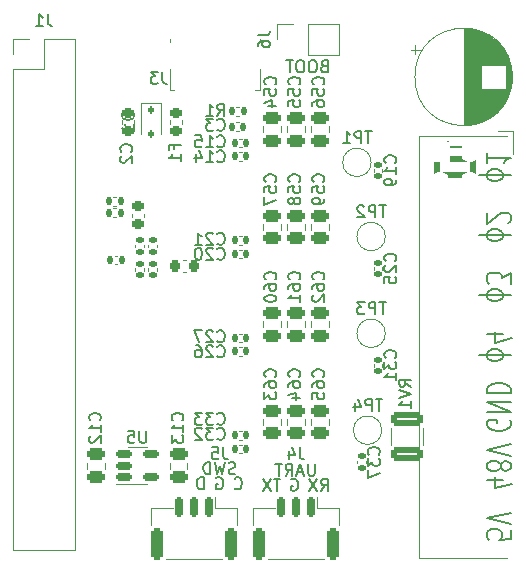
<source format=gbo>
%TF.GenerationSoftware,KiCad,Pcbnew,(7.0.0)*%
%TF.CreationDate,2023-10-30T13:55:29-04:00*%
%TF.ProjectId,ECE4760 Motor Driver,45434534-3736-4302-904d-6f746f722044,rev?*%
%TF.SameCoordinates,Original*%
%TF.FileFunction,Legend,Bot*%
%TF.FilePolarity,Positive*%
%FSLAX46Y46*%
G04 Gerber Fmt 4.6, Leading zero omitted, Abs format (unit mm)*
G04 Created by KiCad (PCBNEW (7.0.0)) date 2023-10-30 13:55:29*
%MOMM*%
%LPD*%
G01*
G04 APERTURE LIST*
G04 Aperture macros list*
%AMRoundRect*
0 Rectangle with rounded corners*
0 $1 Rounding radius*
0 $2 $3 $4 $5 $6 $7 $8 $9 X,Y pos of 4 corners*
0 Add a 4 corners polygon primitive as box body*
4,1,4,$2,$3,$4,$5,$6,$7,$8,$9,$2,$3,0*
0 Add four circle primitives for the rounded corners*
1,1,$1+$1,$2,$3*
1,1,$1+$1,$4,$5*
1,1,$1+$1,$6,$7*
1,1,$1+$1,$8,$9*
0 Add four rect primitives between the rounded corners*
20,1,$1+$1,$2,$3,$4,$5,0*
20,1,$1+$1,$4,$5,$6,$7,0*
20,1,$1+$1,$6,$7,$8,$9,0*
20,1,$1+$1,$8,$9,$2,$3,0*%
G04 Aperture macros list end*
%ADD10C,0.200000*%
%ADD11C,0.150000*%
%ADD12C,0.152400*%
%ADD13C,0.120000*%
%ADD14C,0.800000*%
%ADD15C,5.400000*%
%ADD16RoundRect,0.250000X-1.550000X0.650000X-1.550000X-0.650000X1.550000X-0.650000X1.550000X0.650000X0*%
%ADD17O,3.600000X1.800000*%
%ADD18R,1.600000X1.600000*%
%ADD19C,1.600000*%
%ADD20RoundRect,0.250000X-0.475000X0.250000X-0.475000X-0.250000X0.475000X-0.250000X0.475000X0.250000X0*%
%ADD21RoundRect,0.140000X0.170000X-0.140000X0.170000X0.140000X-0.170000X0.140000X-0.170000X-0.140000X0*%
%ADD22RoundRect,0.140000X0.140000X0.170000X-0.140000X0.170000X-0.140000X-0.170000X0.140000X-0.170000X0*%
%ADD23RoundRect,0.140000X-0.170000X0.140000X-0.170000X-0.140000X0.170000X-0.140000X0.170000X0.140000X0*%
%ADD24RoundRect,0.140000X-0.140000X-0.170000X0.140000X-0.170000X0.140000X0.170000X-0.140000X0.170000X0*%
%ADD25RoundRect,0.225000X0.250000X-0.225000X0.250000X0.225000X-0.250000X0.225000X-0.250000X-0.225000X0*%
%ADD26RoundRect,0.225000X-0.225000X-0.250000X0.225000X-0.250000X0.225000X0.250000X-0.225000X0.250000X0*%
%ADD27RoundRect,0.250000X0.475000X-0.250000X0.475000X0.250000X-0.475000X0.250000X-0.475000X-0.250000X0*%
%ADD28RoundRect,0.135000X0.135000X0.185000X-0.135000X0.185000X-0.135000X-0.185000X0.135000X-0.185000X0*%
%ADD29R,1.700000X1.700000*%
%ADD30O,1.700000X1.700000*%
%ADD31RoundRect,0.218750X-0.256250X0.218750X-0.256250X-0.218750X0.256250X-0.218750X0.256250X0.218750X0*%
%ADD32RoundRect,0.225000X-0.250000X0.225000X-0.250000X-0.225000X0.250000X-0.225000X0.250000X0.225000X0*%
%ADD33RoundRect,0.250000X1.100000X-0.325000X1.100000X0.325000X-1.100000X0.325000X-1.100000X-0.325000X0*%
%ADD34R,0.450000X1.380000*%
%ADD35R,1.650000X1.300000*%
%ADD36R,1.425000X1.550000*%
%ADD37R,1.800000X1.900000*%
%ADD38R,1.000000X1.900000*%
%ADD39C,2.000000*%
%ADD40RoundRect,0.150000X0.150000X0.700000X-0.150000X0.700000X-0.150000X-0.700000X0.150000X-0.700000X0*%
%ADD41RoundRect,0.250000X0.250000X1.100000X-0.250000X1.100000X-0.250000X-1.100000X0.250000X-1.100000X0*%
%ADD42RoundRect,0.150000X-0.512500X-0.150000X0.512500X-0.150000X0.512500X0.150000X-0.512500X0.150000X0*%
%ADD43RoundRect,0.112500X-0.112500X0.187500X-0.112500X-0.187500X0.112500X-0.187500X0.112500X0.187500X0*%
%ADD44RoundRect,0.135000X-0.135000X-0.185000X0.135000X-0.185000X0.135000X0.185000X-0.135000X0.185000X0*%
G04 APERTURE END LIST*
D10*
X119021238Y-53419285D02*
X116354571Y-53419285D01*
X118354571Y-53562142D02*
X118354571Y-53276428D01*
X118354571Y-53276428D02*
X118259333Y-53133571D01*
X118259333Y-53133571D02*
X118068857Y-52990714D01*
X118068857Y-52990714D02*
X117878380Y-52919285D01*
X117878380Y-52919285D02*
X117497428Y-52919285D01*
X117497428Y-52919285D02*
X117306952Y-52990714D01*
X117306952Y-52990714D02*
X117116476Y-53133571D01*
X117116476Y-53133571D02*
X117021238Y-53276428D01*
X117021238Y-53276428D02*
X117021238Y-53562142D01*
X117021238Y-53562142D02*
X117116476Y-53705000D01*
X117116476Y-53705000D02*
X117306952Y-53847857D01*
X117306952Y-53847857D02*
X117497428Y-53919285D01*
X117497428Y-53919285D02*
X117878380Y-53919285D01*
X117878380Y-53919285D02*
X118068857Y-53847857D01*
X118068857Y-53847857D02*
X118259333Y-53705000D01*
X118259333Y-53705000D02*
X118354571Y-53562142D01*
X117021238Y-51490713D02*
X117021238Y-52347856D01*
X117021238Y-51919285D02*
X119021238Y-51919285D01*
X119021238Y-51919285D02*
X118735523Y-52062142D01*
X118735523Y-52062142D02*
X118545047Y-52204999D01*
X118545047Y-52204999D02*
X118449809Y-52347856D01*
D11*
X102433237Y-77853380D02*
X102433237Y-78662904D01*
X102433237Y-78662904D02*
X102385618Y-78758142D01*
X102385618Y-78758142D02*
X102337999Y-78805761D01*
X102337999Y-78805761D02*
X102242761Y-78853380D01*
X102242761Y-78853380D02*
X102052285Y-78853380D01*
X102052285Y-78853380D02*
X101957047Y-78805761D01*
X101957047Y-78805761D02*
X101909428Y-78758142D01*
X101909428Y-78758142D02*
X101861809Y-78662904D01*
X101861809Y-78662904D02*
X101861809Y-77853380D01*
X101433237Y-78567666D02*
X100957047Y-78567666D01*
X101528475Y-78853380D02*
X101195142Y-77853380D01*
X101195142Y-77853380D02*
X100861809Y-78853380D01*
X99957047Y-78853380D02*
X100290380Y-78377190D01*
X100528475Y-78853380D02*
X100528475Y-77853380D01*
X100528475Y-77853380D02*
X100147523Y-77853380D01*
X100147523Y-77853380D02*
X100052285Y-77901000D01*
X100052285Y-77901000D02*
X100004666Y-77948619D01*
X100004666Y-77948619D02*
X99957047Y-78043857D01*
X99957047Y-78043857D02*
X99957047Y-78186714D01*
X99957047Y-78186714D02*
X100004666Y-78281952D01*
X100004666Y-78281952D02*
X100052285Y-78329571D01*
X100052285Y-78329571D02*
X100147523Y-78377190D01*
X100147523Y-78377190D02*
X100528475Y-78377190D01*
X99671332Y-77853380D02*
X99099904Y-77853380D01*
X99385618Y-78853380D02*
X99385618Y-77853380D01*
D10*
X119021238Y-63579285D02*
X116354571Y-63579285D01*
X118354571Y-63722142D02*
X118354571Y-63436428D01*
X118354571Y-63436428D02*
X118259333Y-63293571D01*
X118259333Y-63293571D02*
X118068857Y-63150714D01*
X118068857Y-63150714D02*
X117878380Y-63079285D01*
X117878380Y-63079285D02*
X117497428Y-63079285D01*
X117497428Y-63079285D02*
X117306952Y-63150714D01*
X117306952Y-63150714D02*
X117116476Y-63293571D01*
X117116476Y-63293571D02*
X117021238Y-63436428D01*
X117021238Y-63436428D02*
X117021238Y-63722142D01*
X117021238Y-63722142D02*
X117116476Y-63865000D01*
X117116476Y-63865000D02*
X117306952Y-64007857D01*
X117306952Y-64007857D02*
X117497428Y-64079285D01*
X117497428Y-64079285D02*
X117878380Y-64079285D01*
X117878380Y-64079285D02*
X118068857Y-64007857D01*
X118068857Y-64007857D02*
X118259333Y-63865000D01*
X118259333Y-63865000D02*
X118354571Y-63722142D01*
X119021238Y-62579285D02*
X119021238Y-61650713D01*
X119021238Y-61650713D02*
X118259333Y-62150713D01*
X118259333Y-62150713D02*
X118259333Y-61936428D01*
X118259333Y-61936428D02*
X118164095Y-61793571D01*
X118164095Y-61793571D02*
X118068857Y-61722142D01*
X118068857Y-61722142D02*
X117878380Y-61650713D01*
X117878380Y-61650713D02*
X117402190Y-61650713D01*
X117402190Y-61650713D02*
X117211714Y-61722142D01*
X117211714Y-61722142D02*
X117116476Y-61793571D01*
X117116476Y-61793571D02*
X117021238Y-61936428D01*
X117021238Y-61936428D02*
X117021238Y-62364999D01*
X117021238Y-62364999D02*
X117116476Y-62507856D01*
X117116476Y-62507856D02*
X117211714Y-62579285D01*
X118926000Y-74167856D02*
X119021238Y-74310714D01*
X119021238Y-74310714D02*
X119021238Y-74524999D01*
X119021238Y-74524999D02*
X118926000Y-74739285D01*
X118926000Y-74739285D02*
X118735523Y-74882142D01*
X118735523Y-74882142D02*
X118545047Y-74953571D01*
X118545047Y-74953571D02*
X118164095Y-75024999D01*
X118164095Y-75024999D02*
X117878380Y-75024999D01*
X117878380Y-75024999D02*
X117497428Y-74953571D01*
X117497428Y-74953571D02*
X117306952Y-74882142D01*
X117306952Y-74882142D02*
X117116476Y-74739285D01*
X117116476Y-74739285D02*
X117021238Y-74524999D01*
X117021238Y-74524999D02*
X117021238Y-74382142D01*
X117021238Y-74382142D02*
X117116476Y-74167856D01*
X117116476Y-74167856D02*
X117211714Y-74096428D01*
X117211714Y-74096428D02*
X117878380Y-74096428D01*
X117878380Y-74096428D02*
X117878380Y-74382142D01*
X117021238Y-73453571D02*
X119021238Y-73453571D01*
X119021238Y-73453571D02*
X117021238Y-72596428D01*
X117021238Y-72596428D02*
X119021238Y-72596428D01*
X117021238Y-71882142D02*
X119021238Y-71882142D01*
X119021238Y-71882142D02*
X119021238Y-71524999D01*
X119021238Y-71524999D02*
X118926000Y-71310713D01*
X118926000Y-71310713D02*
X118735523Y-71167856D01*
X118735523Y-71167856D02*
X118545047Y-71096427D01*
X118545047Y-71096427D02*
X118164095Y-71024999D01*
X118164095Y-71024999D02*
X117878380Y-71024999D01*
X117878380Y-71024999D02*
X117497428Y-71096427D01*
X117497428Y-71096427D02*
X117306952Y-71167856D01*
X117306952Y-71167856D02*
X117116476Y-71310713D01*
X117116476Y-71310713D02*
X117021238Y-71524999D01*
X117021238Y-71524999D02*
X117021238Y-71882142D01*
X119021238Y-58499285D02*
X116354571Y-58499285D01*
X118354571Y-58642142D02*
X118354571Y-58356428D01*
X118354571Y-58356428D02*
X118259333Y-58213571D01*
X118259333Y-58213571D02*
X118068857Y-58070714D01*
X118068857Y-58070714D02*
X117878380Y-57999285D01*
X117878380Y-57999285D02*
X117497428Y-57999285D01*
X117497428Y-57999285D02*
X117306952Y-58070714D01*
X117306952Y-58070714D02*
X117116476Y-58213571D01*
X117116476Y-58213571D02*
X117021238Y-58356428D01*
X117021238Y-58356428D02*
X117021238Y-58642142D01*
X117021238Y-58642142D02*
X117116476Y-58785000D01*
X117116476Y-58785000D02*
X117306952Y-58927857D01*
X117306952Y-58927857D02*
X117497428Y-58999285D01*
X117497428Y-58999285D02*
X117878380Y-58999285D01*
X117878380Y-58999285D02*
X118068857Y-58927857D01*
X118068857Y-58927857D02*
X118259333Y-58785000D01*
X118259333Y-58785000D02*
X118354571Y-58642142D01*
X118830761Y-57427856D02*
X118926000Y-57356428D01*
X118926000Y-57356428D02*
X119021238Y-57213571D01*
X119021238Y-57213571D02*
X119021238Y-56856428D01*
X119021238Y-56856428D02*
X118926000Y-56713571D01*
X118926000Y-56713571D02*
X118830761Y-56642142D01*
X118830761Y-56642142D02*
X118640285Y-56570713D01*
X118640285Y-56570713D02*
X118449809Y-56570713D01*
X118449809Y-56570713D02*
X118164095Y-56642142D01*
X118164095Y-56642142D02*
X117021238Y-57499285D01*
X117021238Y-57499285D02*
X117021238Y-56570713D01*
X119021238Y-83470713D02*
X119021238Y-84184999D01*
X119021238Y-84184999D02*
X118068857Y-84256427D01*
X118068857Y-84256427D02*
X118164095Y-84184999D01*
X118164095Y-84184999D02*
X118259333Y-84042142D01*
X118259333Y-84042142D02*
X118259333Y-83684999D01*
X118259333Y-83684999D02*
X118164095Y-83542142D01*
X118164095Y-83542142D02*
X118068857Y-83470713D01*
X118068857Y-83470713D02*
X117878380Y-83399284D01*
X117878380Y-83399284D02*
X117402190Y-83399284D01*
X117402190Y-83399284D02*
X117211714Y-83470713D01*
X117211714Y-83470713D02*
X117116476Y-83542142D01*
X117116476Y-83542142D02*
X117021238Y-83684999D01*
X117021238Y-83684999D02*
X117021238Y-84042142D01*
X117021238Y-84042142D02*
X117116476Y-84184999D01*
X117116476Y-84184999D02*
X117211714Y-84256427D01*
X119021238Y-82970713D02*
X117021238Y-82470713D01*
X117021238Y-82470713D02*
X119021238Y-81970713D01*
D11*
X102961809Y-80123380D02*
X103295142Y-79647190D01*
X103533237Y-80123380D02*
X103533237Y-79123380D01*
X103533237Y-79123380D02*
X103152285Y-79123380D01*
X103152285Y-79123380D02*
X103057047Y-79171000D01*
X103057047Y-79171000D02*
X103009428Y-79218619D01*
X103009428Y-79218619D02*
X102961809Y-79313857D01*
X102961809Y-79313857D02*
X102961809Y-79456714D01*
X102961809Y-79456714D02*
X103009428Y-79551952D01*
X103009428Y-79551952D02*
X103057047Y-79599571D01*
X103057047Y-79599571D02*
X103152285Y-79647190D01*
X103152285Y-79647190D02*
X103533237Y-79647190D01*
X102628475Y-79123380D02*
X101961809Y-80123380D01*
X101961809Y-79123380D02*
X102628475Y-80123380D01*
X100457047Y-79171000D02*
X100552285Y-79123380D01*
X100552285Y-79123380D02*
X100695142Y-79123380D01*
X100695142Y-79123380D02*
X100837999Y-79171000D01*
X100837999Y-79171000D02*
X100933237Y-79266238D01*
X100933237Y-79266238D02*
X100980856Y-79361476D01*
X100980856Y-79361476D02*
X101028475Y-79551952D01*
X101028475Y-79551952D02*
X101028475Y-79694809D01*
X101028475Y-79694809D02*
X100980856Y-79885285D01*
X100980856Y-79885285D02*
X100933237Y-79980523D01*
X100933237Y-79980523D02*
X100837999Y-80075761D01*
X100837999Y-80075761D02*
X100695142Y-80123380D01*
X100695142Y-80123380D02*
X100599904Y-80123380D01*
X100599904Y-80123380D02*
X100457047Y-80075761D01*
X100457047Y-80075761D02*
X100409428Y-80028142D01*
X100409428Y-80028142D02*
X100409428Y-79694809D01*
X100409428Y-79694809D02*
X100599904Y-79694809D01*
X99523713Y-79123380D02*
X98952285Y-79123380D01*
X99237999Y-80123380D02*
X99237999Y-79123380D01*
X98714189Y-79123380D02*
X98047523Y-80123380D01*
X98047523Y-79123380D02*
X98714189Y-80123380D01*
D10*
X118354571Y-79176428D02*
X117021238Y-79176428D01*
X119116476Y-79533570D02*
X117687904Y-79890713D01*
X117687904Y-79890713D02*
X117687904Y-78962142D01*
X118164095Y-78176428D02*
X118259333Y-78319285D01*
X118259333Y-78319285D02*
X118354571Y-78390714D01*
X118354571Y-78390714D02*
X118545047Y-78462142D01*
X118545047Y-78462142D02*
X118640285Y-78462142D01*
X118640285Y-78462142D02*
X118830761Y-78390714D01*
X118830761Y-78390714D02*
X118926000Y-78319285D01*
X118926000Y-78319285D02*
X119021238Y-78176428D01*
X119021238Y-78176428D02*
X119021238Y-77890714D01*
X119021238Y-77890714D02*
X118926000Y-77747857D01*
X118926000Y-77747857D02*
X118830761Y-77676428D01*
X118830761Y-77676428D02*
X118640285Y-77604999D01*
X118640285Y-77604999D02*
X118545047Y-77604999D01*
X118545047Y-77604999D02*
X118354571Y-77676428D01*
X118354571Y-77676428D02*
X118259333Y-77747857D01*
X118259333Y-77747857D02*
X118164095Y-77890714D01*
X118164095Y-77890714D02*
X118164095Y-78176428D01*
X118164095Y-78176428D02*
X118068857Y-78319285D01*
X118068857Y-78319285D02*
X117973619Y-78390714D01*
X117973619Y-78390714D02*
X117783142Y-78462142D01*
X117783142Y-78462142D02*
X117402190Y-78462142D01*
X117402190Y-78462142D02*
X117211714Y-78390714D01*
X117211714Y-78390714D02*
X117116476Y-78319285D01*
X117116476Y-78319285D02*
X117021238Y-78176428D01*
X117021238Y-78176428D02*
X117021238Y-77890714D01*
X117021238Y-77890714D02*
X117116476Y-77747857D01*
X117116476Y-77747857D02*
X117211714Y-77676428D01*
X117211714Y-77676428D02*
X117402190Y-77604999D01*
X117402190Y-77604999D02*
X117783142Y-77604999D01*
X117783142Y-77604999D02*
X117973619Y-77676428D01*
X117973619Y-77676428D02*
X118068857Y-77747857D01*
X118068857Y-77747857D02*
X118164095Y-77890714D01*
X119021238Y-77176428D02*
X117021238Y-76676428D01*
X117021238Y-76676428D02*
X119021238Y-76176428D01*
X119021238Y-68659285D02*
X116354571Y-68659285D01*
X118354571Y-68802142D02*
X118354571Y-68516428D01*
X118354571Y-68516428D02*
X118259333Y-68373571D01*
X118259333Y-68373571D02*
X118068857Y-68230714D01*
X118068857Y-68230714D02*
X117878380Y-68159285D01*
X117878380Y-68159285D02*
X117497428Y-68159285D01*
X117497428Y-68159285D02*
X117306952Y-68230714D01*
X117306952Y-68230714D02*
X117116476Y-68373571D01*
X117116476Y-68373571D02*
X117021238Y-68516428D01*
X117021238Y-68516428D02*
X117021238Y-68802142D01*
X117021238Y-68802142D02*
X117116476Y-68945000D01*
X117116476Y-68945000D02*
X117306952Y-69087857D01*
X117306952Y-69087857D02*
X117497428Y-69159285D01*
X117497428Y-69159285D02*
X117878380Y-69159285D01*
X117878380Y-69159285D02*
X118068857Y-69087857D01*
X118068857Y-69087857D02*
X118259333Y-68945000D01*
X118259333Y-68945000D02*
X118354571Y-68802142D01*
X118354571Y-66873571D02*
X117021238Y-66873571D01*
X119116476Y-67230713D02*
X117687904Y-67587856D01*
X117687904Y-67587856D02*
X117687904Y-66659285D01*
D11*
X95651476Y-79901142D02*
X95699095Y-79948761D01*
X95699095Y-79948761D02*
X95841952Y-79996380D01*
X95841952Y-79996380D02*
X95937190Y-79996380D01*
X95937190Y-79996380D02*
X96080047Y-79948761D01*
X96080047Y-79948761D02*
X96175285Y-79853523D01*
X96175285Y-79853523D02*
X96222904Y-79758285D01*
X96222904Y-79758285D02*
X96270523Y-79567809D01*
X96270523Y-79567809D02*
X96270523Y-79424952D01*
X96270523Y-79424952D02*
X96222904Y-79234476D01*
X96222904Y-79234476D02*
X96175285Y-79139238D01*
X96175285Y-79139238D02*
X96080047Y-79044000D01*
X96080047Y-79044000D02*
X95937190Y-78996380D01*
X95937190Y-78996380D02*
X95841952Y-78996380D01*
X95841952Y-78996380D02*
X95699095Y-79044000D01*
X95699095Y-79044000D02*
X95651476Y-79091619D01*
X94099095Y-79044000D02*
X94194333Y-78996380D01*
X94194333Y-78996380D02*
X94337190Y-78996380D01*
X94337190Y-78996380D02*
X94480047Y-79044000D01*
X94480047Y-79044000D02*
X94575285Y-79139238D01*
X94575285Y-79139238D02*
X94622904Y-79234476D01*
X94622904Y-79234476D02*
X94670523Y-79424952D01*
X94670523Y-79424952D02*
X94670523Y-79567809D01*
X94670523Y-79567809D02*
X94622904Y-79758285D01*
X94622904Y-79758285D02*
X94575285Y-79853523D01*
X94575285Y-79853523D02*
X94480047Y-79948761D01*
X94480047Y-79948761D02*
X94337190Y-79996380D01*
X94337190Y-79996380D02*
X94241952Y-79996380D01*
X94241952Y-79996380D02*
X94099095Y-79948761D01*
X94099095Y-79948761D02*
X94051476Y-79901142D01*
X94051476Y-79901142D02*
X94051476Y-79567809D01*
X94051476Y-79567809D02*
X94241952Y-79567809D01*
X93022904Y-79996380D02*
X93022904Y-78996380D01*
X93022904Y-78996380D02*
X92784809Y-78996380D01*
X92784809Y-78996380D02*
X92641952Y-79044000D01*
X92641952Y-79044000D02*
X92546714Y-79139238D01*
X92546714Y-79139238D02*
X92499095Y-79234476D01*
X92499095Y-79234476D02*
X92451476Y-79424952D01*
X92451476Y-79424952D02*
X92451476Y-79567809D01*
X92451476Y-79567809D02*
X92499095Y-79758285D01*
X92499095Y-79758285D02*
X92546714Y-79853523D01*
X92546714Y-79853523D02*
X92641952Y-79948761D01*
X92641952Y-79948761D02*
X92784809Y-79996380D01*
X92784809Y-79996380D02*
X93022904Y-79996380D01*
X95718142Y-78678761D02*
X95575285Y-78726380D01*
X95575285Y-78726380D02*
X95337190Y-78726380D01*
X95337190Y-78726380D02*
X95241952Y-78678761D01*
X95241952Y-78678761D02*
X95194333Y-78631142D01*
X95194333Y-78631142D02*
X95146714Y-78535904D01*
X95146714Y-78535904D02*
X95146714Y-78440666D01*
X95146714Y-78440666D02*
X95194333Y-78345428D01*
X95194333Y-78345428D02*
X95241952Y-78297809D01*
X95241952Y-78297809D02*
X95337190Y-78250190D01*
X95337190Y-78250190D02*
X95527666Y-78202571D01*
X95527666Y-78202571D02*
X95622904Y-78154952D01*
X95622904Y-78154952D02*
X95670523Y-78107333D01*
X95670523Y-78107333D02*
X95718142Y-78012095D01*
X95718142Y-78012095D02*
X95718142Y-77916857D01*
X95718142Y-77916857D02*
X95670523Y-77821619D01*
X95670523Y-77821619D02*
X95622904Y-77774000D01*
X95622904Y-77774000D02*
X95527666Y-77726380D01*
X95527666Y-77726380D02*
X95289571Y-77726380D01*
X95289571Y-77726380D02*
X95146714Y-77774000D01*
X94813380Y-77726380D02*
X94575285Y-78726380D01*
X94575285Y-78726380D02*
X94384809Y-78012095D01*
X94384809Y-78012095D02*
X94194333Y-78726380D01*
X94194333Y-78726380D02*
X93956238Y-77726380D01*
X93575285Y-78726380D02*
X93575285Y-77726380D01*
X93575285Y-77726380D02*
X93337190Y-77726380D01*
X93337190Y-77726380D02*
X93194333Y-77774000D01*
X93194333Y-77774000D02*
X93099095Y-77869238D01*
X93099095Y-77869238D02*
X93051476Y-77964476D01*
X93051476Y-77964476D02*
X93003857Y-78154952D01*
X93003857Y-78154952D02*
X93003857Y-78297809D01*
X93003857Y-78297809D02*
X93051476Y-78488285D01*
X93051476Y-78488285D02*
X93099095Y-78583523D01*
X93099095Y-78583523D02*
X93194333Y-78678761D01*
X93194333Y-78678761D02*
X93337190Y-78726380D01*
X93337190Y-78726380D02*
X93575285Y-78726380D01*
X103211142Y-44166571D02*
X103068285Y-44214190D01*
X103068285Y-44214190D02*
X103020666Y-44261809D01*
X103020666Y-44261809D02*
X102973047Y-44357047D01*
X102973047Y-44357047D02*
X102973047Y-44499904D01*
X102973047Y-44499904D02*
X103020666Y-44595142D01*
X103020666Y-44595142D02*
X103068285Y-44642761D01*
X103068285Y-44642761D02*
X103163523Y-44690380D01*
X103163523Y-44690380D02*
X103544475Y-44690380D01*
X103544475Y-44690380D02*
X103544475Y-43690380D01*
X103544475Y-43690380D02*
X103211142Y-43690380D01*
X103211142Y-43690380D02*
X103115904Y-43738000D01*
X103115904Y-43738000D02*
X103068285Y-43785619D01*
X103068285Y-43785619D02*
X103020666Y-43880857D01*
X103020666Y-43880857D02*
X103020666Y-43976095D01*
X103020666Y-43976095D02*
X103068285Y-44071333D01*
X103068285Y-44071333D02*
X103115904Y-44118952D01*
X103115904Y-44118952D02*
X103211142Y-44166571D01*
X103211142Y-44166571D02*
X103544475Y-44166571D01*
X102353999Y-43690380D02*
X102163523Y-43690380D01*
X102163523Y-43690380D02*
X102068285Y-43738000D01*
X102068285Y-43738000D02*
X101973047Y-43833238D01*
X101973047Y-43833238D02*
X101925428Y-44023714D01*
X101925428Y-44023714D02*
X101925428Y-44357047D01*
X101925428Y-44357047D02*
X101973047Y-44547523D01*
X101973047Y-44547523D02*
X102068285Y-44642761D01*
X102068285Y-44642761D02*
X102163523Y-44690380D01*
X102163523Y-44690380D02*
X102353999Y-44690380D01*
X102353999Y-44690380D02*
X102449237Y-44642761D01*
X102449237Y-44642761D02*
X102544475Y-44547523D01*
X102544475Y-44547523D02*
X102592094Y-44357047D01*
X102592094Y-44357047D02*
X102592094Y-44023714D01*
X102592094Y-44023714D02*
X102544475Y-43833238D01*
X102544475Y-43833238D02*
X102449237Y-43738000D01*
X102449237Y-43738000D02*
X102353999Y-43690380D01*
X101306380Y-43690380D02*
X101115904Y-43690380D01*
X101115904Y-43690380D02*
X101020666Y-43738000D01*
X101020666Y-43738000D02*
X100925428Y-43833238D01*
X100925428Y-43833238D02*
X100877809Y-44023714D01*
X100877809Y-44023714D02*
X100877809Y-44357047D01*
X100877809Y-44357047D02*
X100925428Y-44547523D01*
X100925428Y-44547523D02*
X101020666Y-44642761D01*
X101020666Y-44642761D02*
X101115904Y-44690380D01*
X101115904Y-44690380D02*
X101306380Y-44690380D01*
X101306380Y-44690380D02*
X101401618Y-44642761D01*
X101401618Y-44642761D02*
X101496856Y-44547523D01*
X101496856Y-44547523D02*
X101544475Y-44357047D01*
X101544475Y-44357047D02*
X101544475Y-44023714D01*
X101544475Y-44023714D02*
X101496856Y-43833238D01*
X101496856Y-43833238D02*
X101401618Y-43738000D01*
X101401618Y-43738000D02*
X101306380Y-43690380D01*
X100592094Y-43690380D02*
X100020666Y-43690380D01*
X100306380Y-44690380D02*
X100306380Y-43690380D01*
D12*
%TO.C,J2*%
X113740111Y-50543857D02*
X113740111Y-51414714D01*
X113740111Y-50979285D02*
X115264111Y-50979285D01*
X115264111Y-50979285D02*
X115046397Y-51124428D01*
X115046397Y-51124428D02*
X114901254Y-51269571D01*
X114901254Y-51269571D02*
X114828682Y-51414714D01*
D11*
%TO.C,C55*%
X101110142Y-45712142D02*
X101157761Y-45664523D01*
X101157761Y-45664523D02*
X101205380Y-45521666D01*
X101205380Y-45521666D02*
X101205380Y-45426428D01*
X101205380Y-45426428D02*
X101157761Y-45283571D01*
X101157761Y-45283571D02*
X101062523Y-45188333D01*
X101062523Y-45188333D02*
X100967285Y-45140714D01*
X100967285Y-45140714D02*
X100776809Y-45093095D01*
X100776809Y-45093095D02*
X100633952Y-45093095D01*
X100633952Y-45093095D02*
X100443476Y-45140714D01*
X100443476Y-45140714D02*
X100348238Y-45188333D01*
X100348238Y-45188333D02*
X100253000Y-45283571D01*
X100253000Y-45283571D02*
X100205380Y-45426428D01*
X100205380Y-45426428D02*
X100205380Y-45521666D01*
X100205380Y-45521666D02*
X100253000Y-45664523D01*
X100253000Y-45664523D02*
X100300619Y-45712142D01*
X100205380Y-46616904D02*
X100205380Y-46140714D01*
X100205380Y-46140714D02*
X100681571Y-46093095D01*
X100681571Y-46093095D02*
X100633952Y-46140714D01*
X100633952Y-46140714D02*
X100586333Y-46235952D01*
X100586333Y-46235952D02*
X100586333Y-46474047D01*
X100586333Y-46474047D02*
X100633952Y-46569285D01*
X100633952Y-46569285D02*
X100681571Y-46616904D01*
X100681571Y-46616904D02*
X100776809Y-46664523D01*
X100776809Y-46664523D02*
X101014904Y-46664523D01*
X101014904Y-46664523D02*
X101110142Y-46616904D01*
X101110142Y-46616904D02*
X101157761Y-46569285D01*
X101157761Y-46569285D02*
X101205380Y-46474047D01*
X101205380Y-46474047D02*
X101205380Y-46235952D01*
X101205380Y-46235952D02*
X101157761Y-46140714D01*
X101157761Y-46140714D02*
X101110142Y-46093095D01*
X100205380Y-47569285D02*
X100205380Y-47093095D01*
X100205380Y-47093095D02*
X100681571Y-47045476D01*
X100681571Y-47045476D02*
X100633952Y-47093095D01*
X100633952Y-47093095D02*
X100586333Y-47188333D01*
X100586333Y-47188333D02*
X100586333Y-47426428D01*
X100586333Y-47426428D02*
X100633952Y-47521666D01*
X100633952Y-47521666D02*
X100681571Y-47569285D01*
X100681571Y-47569285D02*
X100776809Y-47616904D01*
X100776809Y-47616904D02*
X101014904Y-47616904D01*
X101014904Y-47616904D02*
X101110142Y-47569285D01*
X101110142Y-47569285D02*
X101157761Y-47521666D01*
X101157761Y-47521666D02*
X101205380Y-47426428D01*
X101205380Y-47426428D02*
X101205380Y-47188333D01*
X101205380Y-47188333D02*
X101157761Y-47093095D01*
X101157761Y-47093095D02*
X101110142Y-47045476D01*
%TO.C,C25*%
X109232142Y-60657142D02*
X109279761Y-60609523D01*
X109279761Y-60609523D02*
X109327380Y-60466666D01*
X109327380Y-60466666D02*
X109327380Y-60371428D01*
X109327380Y-60371428D02*
X109279761Y-60228571D01*
X109279761Y-60228571D02*
X109184523Y-60133333D01*
X109184523Y-60133333D02*
X109089285Y-60085714D01*
X109089285Y-60085714D02*
X108898809Y-60038095D01*
X108898809Y-60038095D02*
X108755952Y-60038095D01*
X108755952Y-60038095D02*
X108565476Y-60085714D01*
X108565476Y-60085714D02*
X108470238Y-60133333D01*
X108470238Y-60133333D02*
X108375000Y-60228571D01*
X108375000Y-60228571D02*
X108327380Y-60371428D01*
X108327380Y-60371428D02*
X108327380Y-60466666D01*
X108327380Y-60466666D02*
X108375000Y-60609523D01*
X108375000Y-60609523D02*
X108422619Y-60657142D01*
X108422619Y-61038095D02*
X108375000Y-61085714D01*
X108375000Y-61085714D02*
X108327380Y-61180952D01*
X108327380Y-61180952D02*
X108327380Y-61419047D01*
X108327380Y-61419047D02*
X108375000Y-61514285D01*
X108375000Y-61514285D02*
X108422619Y-61561904D01*
X108422619Y-61561904D02*
X108517857Y-61609523D01*
X108517857Y-61609523D02*
X108613095Y-61609523D01*
X108613095Y-61609523D02*
X108755952Y-61561904D01*
X108755952Y-61561904D02*
X109327380Y-60990476D01*
X109327380Y-60990476D02*
X109327380Y-61609523D01*
X108327380Y-62514285D02*
X108327380Y-62038095D01*
X108327380Y-62038095D02*
X108803571Y-61990476D01*
X108803571Y-61990476D02*
X108755952Y-62038095D01*
X108755952Y-62038095D02*
X108708333Y-62133333D01*
X108708333Y-62133333D02*
X108708333Y-62371428D01*
X108708333Y-62371428D02*
X108755952Y-62466666D01*
X108755952Y-62466666D02*
X108803571Y-62514285D01*
X108803571Y-62514285D02*
X108898809Y-62561904D01*
X108898809Y-62561904D02*
X109136904Y-62561904D01*
X109136904Y-62561904D02*
X109232142Y-62514285D01*
X109232142Y-62514285D02*
X109279761Y-62466666D01*
X109279761Y-62466666D02*
X109327380Y-62371428D01*
X109327380Y-62371428D02*
X109327380Y-62133333D01*
X109327380Y-62133333D02*
X109279761Y-62038095D01*
X109279761Y-62038095D02*
X109232142Y-61990476D01*
%TO.C,C63*%
X99078142Y-70477142D02*
X99125761Y-70429523D01*
X99125761Y-70429523D02*
X99173380Y-70286666D01*
X99173380Y-70286666D02*
X99173380Y-70191428D01*
X99173380Y-70191428D02*
X99125761Y-70048571D01*
X99125761Y-70048571D02*
X99030523Y-69953333D01*
X99030523Y-69953333D02*
X98935285Y-69905714D01*
X98935285Y-69905714D02*
X98744809Y-69858095D01*
X98744809Y-69858095D02*
X98601952Y-69858095D01*
X98601952Y-69858095D02*
X98411476Y-69905714D01*
X98411476Y-69905714D02*
X98316238Y-69953333D01*
X98316238Y-69953333D02*
X98221000Y-70048571D01*
X98221000Y-70048571D02*
X98173380Y-70191428D01*
X98173380Y-70191428D02*
X98173380Y-70286666D01*
X98173380Y-70286666D02*
X98221000Y-70429523D01*
X98221000Y-70429523D02*
X98268619Y-70477142D01*
X98173380Y-71334285D02*
X98173380Y-71143809D01*
X98173380Y-71143809D02*
X98221000Y-71048571D01*
X98221000Y-71048571D02*
X98268619Y-71000952D01*
X98268619Y-71000952D02*
X98411476Y-70905714D01*
X98411476Y-70905714D02*
X98601952Y-70858095D01*
X98601952Y-70858095D02*
X98982904Y-70858095D01*
X98982904Y-70858095D02*
X99078142Y-70905714D01*
X99078142Y-70905714D02*
X99125761Y-70953333D01*
X99125761Y-70953333D02*
X99173380Y-71048571D01*
X99173380Y-71048571D02*
X99173380Y-71239047D01*
X99173380Y-71239047D02*
X99125761Y-71334285D01*
X99125761Y-71334285D02*
X99078142Y-71381904D01*
X99078142Y-71381904D02*
X98982904Y-71429523D01*
X98982904Y-71429523D02*
X98744809Y-71429523D01*
X98744809Y-71429523D02*
X98649571Y-71381904D01*
X98649571Y-71381904D02*
X98601952Y-71334285D01*
X98601952Y-71334285D02*
X98554333Y-71239047D01*
X98554333Y-71239047D02*
X98554333Y-71048571D01*
X98554333Y-71048571D02*
X98601952Y-70953333D01*
X98601952Y-70953333D02*
X98649571Y-70905714D01*
X98649571Y-70905714D02*
X98744809Y-70858095D01*
X98173380Y-71762857D02*
X98173380Y-72381904D01*
X98173380Y-72381904D02*
X98554333Y-72048571D01*
X98554333Y-72048571D02*
X98554333Y-72191428D01*
X98554333Y-72191428D02*
X98601952Y-72286666D01*
X98601952Y-72286666D02*
X98649571Y-72334285D01*
X98649571Y-72334285D02*
X98744809Y-72381904D01*
X98744809Y-72381904D02*
X98982904Y-72381904D01*
X98982904Y-72381904D02*
X99078142Y-72334285D01*
X99078142Y-72334285D02*
X99125761Y-72286666D01*
X99125761Y-72286666D02*
X99173380Y-72191428D01*
X99173380Y-72191428D02*
X99173380Y-71905714D01*
X99173380Y-71905714D02*
X99125761Y-71810476D01*
X99125761Y-71810476D02*
X99078142Y-71762857D01*
%TO.C,C3*%
X94186476Y-49548142D02*
X94234095Y-49595761D01*
X94234095Y-49595761D02*
X94376952Y-49643380D01*
X94376952Y-49643380D02*
X94472190Y-49643380D01*
X94472190Y-49643380D02*
X94615047Y-49595761D01*
X94615047Y-49595761D02*
X94710285Y-49500523D01*
X94710285Y-49500523D02*
X94757904Y-49405285D01*
X94757904Y-49405285D02*
X94805523Y-49214809D01*
X94805523Y-49214809D02*
X94805523Y-49071952D01*
X94805523Y-49071952D02*
X94757904Y-48881476D01*
X94757904Y-48881476D02*
X94710285Y-48786238D01*
X94710285Y-48786238D02*
X94615047Y-48691000D01*
X94615047Y-48691000D02*
X94472190Y-48643380D01*
X94472190Y-48643380D02*
X94376952Y-48643380D01*
X94376952Y-48643380D02*
X94234095Y-48691000D01*
X94234095Y-48691000D02*
X94186476Y-48738619D01*
X93853142Y-48643380D02*
X93234095Y-48643380D01*
X93234095Y-48643380D02*
X93567428Y-49024333D01*
X93567428Y-49024333D02*
X93424571Y-49024333D01*
X93424571Y-49024333D02*
X93329333Y-49071952D01*
X93329333Y-49071952D02*
X93281714Y-49119571D01*
X93281714Y-49119571D02*
X93234095Y-49214809D01*
X93234095Y-49214809D02*
X93234095Y-49452904D01*
X93234095Y-49452904D02*
X93281714Y-49548142D01*
X93281714Y-49548142D02*
X93329333Y-49595761D01*
X93329333Y-49595761D02*
X93424571Y-49643380D01*
X93424571Y-49643380D02*
X93710285Y-49643380D01*
X93710285Y-49643380D02*
X93805523Y-49595761D01*
X93805523Y-49595761D02*
X93853142Y-49548142D01*
%TO.C,C27*%
X94186476Y-67455142D02*
X94234095Y-67502761D01*
X94234095Y-67502761D02*
X94376952Y-67550380D01*
X94376952Y-67550380D02*
X94472190Y-67550380D01*
X94472190Y-67550380D02*
X94615047Y-67502761D01*
X94615047Y-67502761D02*
X94710285Y-67407523D01*
X94710285Y-67407523D02*
X94757904Y-67312285D01*
X94757904Y-67312285D02*
X94805523Y-67121809D01*
X94805523Y-67121809D02*
X94805523Y-66978952D01*
X94805523Y-66978952D02*
X94757904Y-66788476D01*
X94757904Y-66788476D02*
X94710285Y-66693238D01*
X94710285Y-66693238D02*
X94615047Y-66598000D01*
X94615047Y-66598000D02*
X94472190Y-66550380D01*
X94472190Y-66550380D02*
X94376952Y-66550380D01*
X94376952Y-66550380D02*
X94234095Y-66598000D01*
X94234095Y-66598000D02*
X94186476Y-66645619D01*
X93805523Y-66645619D02*
X93757904Y-66598000D01*
X93757904Y-66598000D02*
X93662666Y-66550380D01*
X93662666Y-66550380D02*
X93424571Y-66550380D01*
X93424571Y-66550380D02*
X93329333Y-66598000D01*
X93329333Y-66598000D02*
X93281714Y-66645619D01*
X93281714Y-66645619D02*
X93234095Y-66740857D01*
X93234095Y-66740857D02*
X93234095Y-66836095D01*
X93234095Y-66836095D02*
X93281714Y-66978952D01*
X93281714Y-66978952D02*
X93853142Y-67550380D01*
X93853142Y-67550380D02*
X93234095Y-67550380D01*
X92900761Y-66550380D02*
X92234095Y-66550380D01*
X92234095Y-66550380D02*
X92662666Y-67550380D01*
%TO.C,C61*%
X101110142Y-62222142D02*
X101157761Y-62174523D01*
X101157761Y-62174523D02*
X101205380Y-62031666D01*
X101205380Y-62031666D02*
X101205380Y-61936428D01*
X101205380Y-61936428D02*
X101157761Y-61793571D01*
X101157761Y-61793571D02*
X101062523Y-61698333D01*
X101062523Y-61698333D02*
X100967285Y-61650714D01*
X100967285Y-61650714D02*
X100776809Y-61603095D01*
X100776809Y-61603095D02*
X100633952Y-61603095D01*
X100633952Y-61603095D02*
X100443476Y-61650714D01*
X100443476Y-61650714D02*
X100348238Y-61698333D01*
X100348238Y-61698333D02*
X100253000Y-61793571D01*
X100253000Y-61793571D02*
X100205380Y-61936428D01*
X100205380Y-61936428D02*
X100205380Y-62031666D01*
X100205380Y-62031666D02*
X100253000Y-62174523D01*
X100253000Y-62174523D02*
X100300619Y-62222142D01*
X100205380Y-63079285D02*
X100205380Y-62888809D01*
X100205380Y-62888809D02*
X100253000Y-62793571D01*
X100253000Y-62793571D02*
X100300619Y-62745952D01*
X100300619Y-62745952D02*
X100443476Y-62650714D01*
X100443476Y-62650714D02*
X100633952Y-62603095D01*
X100633952Y-62603095D02*
X101014904Y-62603095D01*
X101014904Y-62603095D02*
X101110142Y-62650714D01*
X101110142Y-62650714D02*
X101157761Y-62698333D01*
X101157761Y-62698333D02*
X101205380Y-62793571D01*
X101205380Y-62793571D02*
X101205380Y-62984047D01*
X101205380Y-62984047D02*
X101157761Y-63079285D01*
X101157761Y-63079285D02*
X101110142Y-63126904D01*
X101110142Y-63126904D02*
X101014904Y-63174523D01*
X101014904Y-63174523D02*
X100776809Y-63174523D01*
X100776809Y-63174523D02*
X100681571Y-63126904D01*
X100681571Y-63126904D02*
X100633952Y-63079285D01*
X100633952Y-63079285D02*
X100586333Y-62984047D01*
X100586333Y-62984047D02*
X100586333Y-62793571D01*
X100586333Y-62793571D02*
X100633952Y-62698333D01*
X100633952Y-62698333D02*
X100681571Y-62650714D01*
X100681571Y-62650714D02*
X100776809Y-62603095D01*
X101205380Y-64126904D02*
X101205380Y-63555476D01*
X101205380Y-63841190D02*
X100205380Y-63841190D01*
X100205380Y-63841190D02*
X100348238Y-63745952D01*
X100348238Y-63745952D02*
X100443476Y-63650714D01*
X100443476Y-63650714D02*
X100491095Y-63555476D01*
%TO.C,C32*%
X94186476Y-75710142D02*
X94234095Y-75757761D01*
X94234095Y-75757761D02*
X94376952Y-75805380D01*
X94376952Y-75805380D02*
X94472190Y-75805380D01*
X94472190Y-75805380D02*
X94615047Y-75757761D01*
X94615047Y-75757761D02*
X94710285Y-75662523D01*
X94710285Y-75662523D02*
X94757904Y-75567285D01*
X94757904Y-75567285D02*
X94805523Y-75376809D01*
X94805523Y-75376809D02*
X94805523Y-75233952D01*
X94805523Y-75233952D02*
X94757904Y-75043476D01*
X94757904Y-75043476D02*
X94710285Y-74948238D01*
X94710285Y-74948238D02*
X94615047Y-74853000D01*
X94615047Y-74853000D02*
X94472190Y-74805380D01*
X94472190Y-74805380D02*
X94376952Y-74805380D01*
X94376952Y-74805380D02*
X94234095Y-74853000D01*
X94234095Y-74853000D02*
X94186476Y-74900619D01*
X93853142Y-74805380D02*
X93234095Y-74805380D01*
X93234095Y-74805380D02*
X93567428Y-75186333D01*
X93567428Y-75186333D02*
X93424571Y-75186333D01*
X93424571Y-75186333D02*
X93329333Y-75233952D01*
X93329333Y-75233952D02*
X93281714Y-75281571D01*
X93281714Y-75281571D02*
X93234095Y-75376809D01*
X93234095Y-75376809D02*
X93234095Y-75614904D01*
X93234095Y-75614904D02*
X93281714Y-75710142D01*
X93281714Y-75710142D02*
X93329333Y-75757761D01*
X93329333Y-75757761D02*
X93424571Y-75805380D01*
X93424571Y-75805380D02*
X93710285Y-75805380D01*
X93710285Y-75805380D02*
X93805523Y-75757761D01*
X93805523Y-75757761D02*
X93853142Y-75710142D01*
X92853142Y-74900619D02*
X92805523Y-74853000D01*
X92805523Y-74853000D02*
X92710285Y-74805380D01*
X92710285Y-74805380D02*
X92472190Y-74805380D01*
X92472190Y-74805380D02*
X92376952Y-74853000D01*
X92376952Y-74853000D02*
X92329333Y-74900619D01*
X92329333Y-74900619D02*
X92281714Y-74995857D01*
X92281714Y-74995857D02*
X92281714Y-75091095D01*
X92281714Y-75091095D02*
X92329333Y-75233952D01*
X92329333Y-75233952D02*
X92900761Y-75805380D01*
X92900761Y-75805380D02*
X92281714Y-75805380D01*
%TO.C,C58*%
X101110142Y-53967142D02*
X101157761Y-53919523D01*
X101157761Y-53919523D02*
X101205380Y-53776666D01*
X101205380Y-53776666D02*
X101205380Y-53681428D01*
X101205380Y-53681428D02*
X101157761Y-53538571D01*
X101157761Y-53538571D02*
X101062523Y-53443333D01*
X101062523Y-53443333D02*
X100967285Y-53395714D01*
X100967285Y-53395714D02*
X100776809Y-53348095D01*
X100776809Y-53348095D02*
X100633952Y-53348095D01*
X100633952Y-53348095D02*
X100443476Y-53395714D01*
X100443476Y-53395714D02*
X100348238Y-53443333D01*
X100348238Y-53443333D02*
X100253000Y-53538571D01*
X100253000Y-53538571D02*
X100205380Y-53681428D01*
X100205380Y-53681428D02*
X100205380Y-53776666D01*
X100205380Y-53776666D02*
X100253000Y-53919523D01*
X100253000Y-53919523D02*
X100300619Y-53967142D01*
X100205380Y-54871904D02*
X100205380Y-54395714D01*
X100205380Y-54395714D02*
X100681571Y-54348095D01*
X100681571Y-54348095D02*
X100633952Y-54395714D01*
X100633952Y-54395714D02*
X100586333Y-54490952D01*
X100586333Y-54490952D02*
X100586333Y-54729047D01*
X100586333Y-54729047D02*
X100633952Y-54824285D01*
X100633952Y-54824285D02*
X100681571Y-54871904D01*
X100681571Y-54871904D02*
X100776809Y-54919523D01*
X100776809Y-54919523D02*
X101014904Y-54919523D01*
X101014904Y-54919523D02*
X101110142Y-54871904D01*
X101110142Y-54871904D02*
X101157761Y-54824285D01*
X101157761Y-54824285D02*
X101205380Y-54729047D01*
X101205380Y-54729047D02*
X101205380Y-54490952D01*
X101205380Y-54490952D02*
X101157761Y-54395714D01*
X101157761Y-54395714D02*
X101110142Y-54348095D01*
X100633952Y-55490952D02*
X100586333Y-55395714D01*
X100586333Y-55395714D02*
X100538714Y-55348095D01*
X100538714Y-55348095D02*
X100443476Y-55300476D01*
X100443476Y-55300476D02*
X100395857Y-55300476D01*
X100395857Y-55300476D02*
X100300619Y-55348095D01*
X100300619Y-55348095D02*
X100253000Y-55395714D01*
X100253000Y-55395714D02*
X100205380Y-55490952D01*
X100205380Y-55490952D02*
X100205380Y-55681428D01*
X100205380Y-55681428D02*
X100253000Y-55776666D01*
X100253000Y-55776666D02*
X100300619Y-55824285D01*
X100300619Y-55824285D02*
X100395857Y-55871904D01*
X100395857Y-55871904D02*
X100443476Y-55871904D01*
X100443476Y-55871904D02*
X100538714Y-55824285D01*
X100538714Y-55824285D02*
X100586333Y-55776666D01*
X100586333Y-55776666D02*
X100633952Y-55681428D01*
X100633952Y-55681428D02*
X100633952Y-55490952D01*
X100633952Y-55490952D02*
X100681571Y-55395714D01*
X100681571Y-55395714D02*
X100729190Y-55348095D01*
X100729190Y-55348095D02*
X100824428Y-55300476D01*
X100824428Y-55300476D02*
X101014904Y-55300476D01*
X101014904Y-55300476D02*
X101110142Y-55348095D01*
X101110142Y-55348095D02*
X101157761Y-55395714D01*
X101157761Y-55395714D02*
X101205380Y-55490952D01*
X101205380Y-55490952D02*
X101205380Y-55681428D01*
X101205380Y-55681428D02*
X101157761Y-55776666D01*
X101157761Y-55776666D02*
X101110142Y-55824285D01*
X101110142Y-55824285D02*
X101014904Y-55871904D01*
X101014904Y-55871904D02*
X100824428Y-55871904D01*
X100824428Y-55871904D02*
X100729190Y-55824285D01*
X100729190Y-55824285D02*
X100681571Y-55776666D01*
X100681571Y-55776666D02*
X100633952Y-55681428D01*
%TO.C,C33*%
X94186476Y-74440142D02*
X94234095Y-74487761D01*
X94234095Y-74487761D02*
X94376952Y-74535380D01*
X94376952Y-74535380D02*
X94472190Y-74535380D01*
X94472190Y-74535380D02*
X94615047Y-74487761D01*
X94615047Y-74487761D02*
X94710285Y-74392523D01*
X94710285Y-74392523D02*
X94757904Y-74297285D01*
X94757904Y-74297285D02*
X94805523Y-74106809D01*
X94805523Y-74106809D02*
X94805523Y-73963952D01*
X94805523Y-73963952D02*
X94757904Y-73773476D01*
X94757904Y-73773476D02*
X94710285Y-73678238D01*
X94710285Y-73678238D02*
X94615047Y-73583000D01*
X94615047Y-73583000D02*
X94472190Y-73535380D01*
X94472190Y-73535380D02*
X94376952Y-73535380D01*
X94376952Y-73535380D02*
X94234095Y-73583000D01*
X94234095Y-73583000D02*
X94186476Y-73630619D01*
X93853142Y-73535380D02*
X93234095Y-73535380D01*
X93234095Y-73535380D02*
X93567428Y-73916333D01*
X93567428Y-73916333D02*
X93424571Y-73916333D01*
X93424571Y-73916333D02*
X93329333Y-73963952D01*
X93329333Y-73963952D02*
X93281714Y-74011571D01*
X93281714Y-74011571D02*
X93234095Y-74106809D01*
X93234095Y-74106809D02*
X93234095Y-74344904D01*
X93234095Y-74344904D02*
X93281714Y-74440142D01*
X93281714Y-74440142D02*
X93329333Y-74487761D01*
X93329333Y-74487761D02*
X93424571Y-74535380D01*
X93424571Y-74535380D02*
X93710285Y-74535380D01*
X93710285Y-74535380D02*
X93805523Y-74487761D01*
X93805523Y-74487761D02*
X93853142Y-74440142D01*
X92900761Y-73535380D02*
X92281714Y-73535380D01*
X92281714Y-73535380D02*
X92615047Y-73916333D01*
X92615047Y-73916333D02*
X92472190Y-73916333D01*
X92472190Y-73916333D02*
X92376952Y-73963952D01*
X92376952Y-73963952D02*
X92329333Y-74011571D01*
X92329333Y-74011571D02*
X92281714Y-74106809D01*
X92281714Y-74106809D02*
X92281714Y-74344904D01*
X92281714Y-74344904D02*
X92329333Y-74440142D01*
X92329333Y-74440142D02*
X92376952Y-74487761D01*
X92376952Y-74487761D02*
X92472190Y-74535380D01*
X92472190Y-74535380D02*
X92757904Y-74535380D01*
X92757904Y-74535380D02*
X92853142Y-74487761D01*
X92853142Y-74487761D02*
X92900761Y-74440142D01*
%TO.C,C54*%
X99078142Y-45712142D02*
X99125761Y-45664523D01*
X99125761Y-45664523D02*
X99173380Y-45521666D01*
X99173380Y-45521666D02*
X99173380Y-45426428D01*
X99173380Y-45426428D02*
X99125761Y-45283571D01*
X99125761Y-45283571D02*
X99030523Y-45188333D01*
X99030523Y-45188333D02*
X98935285Y-45140714D01*
X98935285Y-45140714D02*
X98744809Y-45093095D01*
X98744809Y-45093095D02*
X98601952Y-45093095D01*
X98601952Y-45093095D02*
X98411476Y-45140714D01*
X98411476Y-45140714D02*
X98316238Y-45188333D01*
X98316238Y-45188333D02*
X98221000Y-45283571D01*
X98221000Y-45283571D02*
X98173380Y-45426428D01*
X98173380Y-45426428D02*
X98173380Y-45521666D01*
X98173380Y-45521666D02*
X98221000Y-45664523D01*
X98221000Y-45664523D02*
X98268619Y-45712142D01*
X98173380Y-46616904D02*
X98173380Y-46140714D01*
X98173380Y-46140714D02*
X98649571Y-46093095D01*
X98649571Y-46093095D02*
X98601952Y-46140714D01*
X98601952Y-46140714D02*
X98554333Y-46235952D01*
X98554333Y-46235952D02*
X98554333Y-46474047D01*
X98554333Y-46474047D02*
X98601952Y-46569285D01*
X98601952Y-46569285D02*
X98649571Y-46616904D01*
X98649571Y-46616904D02*
X98744809Y-46664523D01*
X98744809Y-46664523D02*
X98982904Y-46664523D01*
X98982904Y-46664523D02*
X99078142Y-46616904D01*
X99078142Y-46616904D02*
X99125761Y-46569285D01*
X99125761Y-46569285D02*
X99173380Y-46474047D01*
X99173380Y-46474047D02*
X99173380Y-46235952D01*
X99173380Y-46235952D02*
X99125761Y-46140714D01*
X99125761Y-46140714D02*
X99078142Y-46093095D01*
X98506714Y-47521666D02*
X99173380Y-47521666D01*
X98125761Y-47283571D02*
X98840047Y-47045476D01*
X98840047Y-47045476D02*
X98840047Y-47664523D01*
%TO.C,C12*%
X84219142Y-74160142D02*
X84266761Y-74112523D01*
X84266761Y-74112523D02*
X84314380Y-73969666D01*
X84314380Y-73969666D02*
X84314380Y-73874428D01*
X84314380Y-73874428D02*
X84266761Y-73731571D01*
X84266761Y-73731571D02*
X84171523Y-73636333D01*
X84171523Y-73636333D02*
X84076285Y-73588714D01*
X84076285Y-73588714D02*
X83885809Y-73541095D01*
X83885809Y-73541095D02*
X83742952Y-73541095D01*
X83742952Y-73541095D02*
X83552476Y-73588714D01*
X83552476Y-73588714D02*
X83457238Y-73636333D01*
X83457238Y-73636333D02*
X83362000Y-73731571D01*
X83362000Y-73731571D02*
X83314380Y-73874428D01*
X83314380Y-73874428D02*
X83314380Y-73969666D01*
X83314380Y-73969666D02*
X83362000Y-74112523D01*
X83362000Y-74112523D02*
X83409619Y-74160142D01*
X84314380Y-75112523D02*
X84314380Y-74541095D01*
X84314380Y-74826809D02*
X83314380Y-74826809D01*
X83314380Y-74826809D02*
X83457238Y-74731571D01*
X83457238Y-74731571D02*
X83552476Y-74636333D01*
X83552476Y-74636333D02*
X83600095Y-74541095D01*
X83409619Y-75493476D02*
X83362000Y-75541095D01*
X83362000Y-75541095D02*
X83314380Y-75636333D01*
X83314380Y-75636333D02*
X83314380Y-75874428D01*
X83314380Y-75874428D02*
X83362000Y-75969666D01*
X83362000Y-75969666D02*
X83409619Y-76017285D01*
X83409619Y-76017285D02*
X83504857Y-76064904D01*
X83504857Y-76064904D02*
X83600095Y-76064904D01*
X83600095Y-76064904D02*
X83742952Y-76017285D01*
X83742952Y-76017285D02*
X84314380Y-75445857D01*
X84314380Y-75445857D02*
X84314380Y-76064904D01*
%TO.C,C57*%
X99078142Y-53967142D02*
X99125761Y-53919523D01*
X99125761Y-53919523D02*
X99173380Y-53776666D01*
X99173380Y-53776666D02*
X99173380Y-53681428D01*
X99173380Y-53681428D02*
X99125761Y-53538571D01*
X99125761Y-53538571D02*
X99030523Y-53443333D01*
X99030523Y-53443333D02*
X98935285Y-53395714D01*
X98935285Y-53395714D02*
X98744809Y-53348095D01*
X98744809Y-53348095D02*
X98601952Y-53348095D01*
X98601952Y-53348095D02*
X98411476Y-53395714D01*
X98411476Y-53395714D02*
X98316238Y-53443333D01*
X98316238Y-53443333D02*
X98221000Y-53538571D01*
X98221000Y-53538571D02*
X98173380Y-53681428D01*
X98173380Y-53681428D02*
X98173380Y-53776666D01*
X98173380Y-53776666D02*
X98221000Y-53919523D01*
X98221000Y-53919523D02*
X98268619Y-53967142D01*
X98173380Y-54871904D02*
X98173380Y-54395714D01*
X98173380Y-54395714D02*
X98649571Y-54348095D01*
X98649571Y-54348095D02*
X98601952Y-54395714D01*
X98601952Y-54395714D02*
X98554333Y-54490952D01*
X98554333Y-54490952D02*
X98554333Y-54729047D01*
X98554333Y-54729047D02*
X98601952Y-54824285D01*
X98601952Y-54824285D02*
X98649571Y-54871904D01*
X98649571Y-54871904D02*
X98744809Y-54919523D01*
X98744809Y-54919523D02*
X98982904Y-54919523D01*
X98982904Y-54919523D02*
X99078142Y-54871904D01*
X99078142Y-54871904D02*
X99125761Y-54824285D01*
X99125761Y-54824285D02*
X99173380Y-54729047D01*
X99173380Y-54729047D02*
X99173380Y-54490952D01*
X99173380Y-54490952D02*
X99125761Y-54395714D01*
X99125761Y-54395714D02*
X99078142Y-54348095D01*
X98173380Y-55252857D02*
X98173380Y-55919523D01*
X98173380Y-55919523D02*
X99173380Y-55490952D01*
%TO.C,C62*%
X103142142Y-62222142D02*
X103189761Y-62174523D01*
X103189761Y-62174523D02*
X103237380Y-62031666D01*
X103237380Y-62031666D02*
X103237380Y-61936428D01*
X103237380Y-61936428D02*
X103189761Y-61793571D01*
X103189761Y-61793571D02*
X103094523Y-61698333D01*
X103094523Y-61698333D02*
X102999285Y-61650714D01*
X102999285Y-61650714D02*
X102808809Y-61603095D01*
X102808809Y-61603095D02*
X102665952Y-61603095D01*
X102665952Y-61603095D02*
X102475476Y-61650714D01*
X102475476Y-61650714D02*
X102380238Y-61698333D01*
X102380238Y-61698333D02*
X102285000Y-61793571D01*
X102285000Y-61793571D02*
X102237380Y-61936428D01*
X102237380Y-61936428D02*
X102237380Y-62031666D01*
X102237380Y-62031666D02*
X102285000Y-62174523D01*
X102285000Y-62174523D02*
X102332619Y-62222142D01*
X102237380Y-63079285D02*
X102237380Y-62888809D01*
X102237380Y-62888809D02*
X102285000Y-62793571D01*
X102285000Y-62793571D02*
X102332619Y-62745952D01*
X102332619Y-62745952D02*
X102475476Y-62650714D01*
X102475476Y-62650714D02*
X102665952Y-62603095D01*
X102665952Y-62603095D02*
X103046904Y-62603095D01*
X103046904Y-62603095D02*
X103142142Y-62650714D01*
X103142142Y-62650714D02*
X103189761Y-62698333D01*
X103189761Y-62698333D02*
X103237380Y-62793571D01*
X103237380Y-62793571D02*
X103237380Y-62984047D01*
X103237380Y-62984047D02*
X103189761Y-63079285D01*
X103189761Y-63079285D02*
X103142142Y-63126904D01*
X103142142Y-63126904D02*
X103046904Y-63174523D01*
X103046904Y-63174523D02*
X102808809Y-63174523D01*
X102808809Y-63174523D02*
X102713571Y-63126904D01*
X102713571Y-63126904D02*
X102665952Y-63079285D01*
X102665952Y-63079285D02*
X102618333Y-62984047D01*
X102618333Y-62984047D02*
X102618333Y-62793571D01*
X102618333Y-62793571D02*
X102665952Y-62698333D01*
X102665952Y-62698333D02*
X102713571Y-62650714D01*
X102713571Y-62650714D02*
X102808809Y-62603095D01*
X102332619Y-63555476D02*
X102285000Y-63603095D01*
X102285000Y-63603095D02*
X102237380Y-63698333D01*
X102237380Y-63698333D02*
X102237380Y-63936428D01*
X102237380Y-63936428D02*
X102285000Y-64031666D01*
X102285000Y-64031666D02*
X102332619Y-64079285D01*
X102332619Y-64079285D02*
X102427857Y-64126904D01*
X102427857Y-64126904D02*
X102523095Y-64126904D01*
X102523095Y-64126904D02*
X102665952Y-64079285D01*
X102665952Y-64079285D02*
X103237380Y-63507857D01*
X103237380Y-63507857D02*
X103237380Y-64126904D01*
%TO.C,J6*%
X97621380Y-41576666D02*
X98335666Y-41576666D01*
X98335666Y-41576666D02*
X98478523Y-41529047D01*
X98478523Y-41529047D02*
X98573761Y-41433809D01*
X98573761Y-41433809D02*
X98621380Y-41290952D01*
X98621380Y-41290952D02*
X98621380Y-41195714D01*
X97621380Y-42481428D02*
X97621380Y-42290952D01*
X97621380Y-42290952D02*
X97669000Y-42195714D01*
X97669000Y-42195714D02*
X97716619Y-42148095D01*
X97716619Y-42148095D02*
X97859476Y-42052857D01*
X97859476Y-42052857D02*
X98049952Y-42005238D01*
X98049952Y-42005238D02*
X98430904Y-42005238D01*
X98430904Y-42005238D02*
X98526142Y-42052857D01*
X98526142Y-42052857D02*
X98573761Y-42100476D01*
X98573761Y-42100476D02*
X98621380Y-42195714D01*
X98621380Y-42195714D02*
X98621380Y-42386190D01*
X98621380Y-42386190D02*
X98573761Y-42481428D01*
X98573761Y-42481428D02*
X98526142Y-42529047D01*
X98526142Y-42529047D02*
X98430904Y-42576666D01*
X98430904Y-42576666D02*
X98192809Y-42576666D01*
X98192809Y-42576666D02*
X98097571Y-42529047D01*
X98097571Y-42529047D02*
X98049952Y-42481428D01*
X98049952Y-42481428D02*
X98002333Y-42386190D01*
X98002333Y-42386190D02*
X98002333Y-42195714D01*
X98002333Y-42195714D02*
X98049952Y-42100476D01*
X98049952Y-42100476D02*
X98097571Y-42052857D01*
X98097571Y-42052857D02*
X98192809Y-42005238D01*
%TO.C,C15*%
X94186476Y-50945142D02*
X94234095Y-50992761D01*
X94234095Y-50992761D02*
X94376952Y-51040380D01*
X94376952Y-51040380D02*
X94472190Y-51040380D01*
X94472190Y-51040380D02*
X94615047Y-50992761D01*
X94615047Y-50992761D02*
X94710285Y-50897523D01*
X94710285Y-50897523D02*
X94757904Y-50802285D01*
X94757904Y-50802285D02*
X94805523Y-50611809D01*
X94805523Y-50611809D02*
X94805523Y-50468952D01*
X94805523Y-50468952D02*
X94757904Y-50278476D01*
X94757904Y-50278476D02*
X94710285Y-50183238D01*
X94710285Y-50183238D02*
X94615047Y-50088000D01*
X94615047Y-50088000D02*
X94472190Y-50040380D01*
X94472190Y-50040380D02*
X94376952Y-50040380D01*
X94376952Y-50040380D02*
X94234095Y-50088000D01*
X94234095Y-50088000D02*
X94186476Y-50135619D01*
X93234095Y-51040380D02*
X93805523Y-51040380D01*
X93519809Y-51040380D02*
X93519809Y-50040380D01*
X93519809Y-50040380D02*
X93615047Y-50183238D01*
X93615047Y-50183238D02*
X93710285Y-50278476D01*
X93710285Y-50278476D02*
X93805523Y-50326095D01*
X92329333Y-50040380D02*
X92805523Y-50040380D01*
X92805523Y-50040380D02*
X92853142Y-50516571D01*
X92853142Y-50516571D02*
X92805523Y-50468952D01*
X92805523Y-50468952D02*
X92710285Y-50421333D01*
X92710285Y-50421333D02*
X92472190Y-50421333D01*
X92472190Y-50421333D02*
X92376952Y-50468952D01*
X92376952Y-50468952D02*
X92329333Y-50516571D01*
X92329333Y-50516571D02*
X92281714Y-50611809D01*
X92281714Y-50611809D02*
X92281714Y-50849904D01*
X92281714Y-50849904D02*
X92329333Y-50945142D01*
X92329333Y-50945142D02*
X92376952Y-50992761D01*
X92376952Y-50992761D02*
X92472190Y-51040380D01*
X92472190Y-51040380D02*
X92710285Y-51040380D01*
X92710285Y-51040380D02*
X92805523Y-50992761D01*
X92805523Y-50992761D02*
X92853142Y-50945142D01*
%TO.C,F1*%
X90543571Y-51171428D02*
X90543571Y-50838095D01*
X91067380Y-50838095D02*
X90067380Y-50838095D01*
X90067380Y-50838095D02*
X90067380Y-51314285D01*
X91067380Y-52219047D02*
X91067380Y-51647619D01*
X91067380Y-51933333D02*
X90067380Y-51933333D01*
X90067380Y-51933333D02*
X90210238Y-51838095D01*
X90210238Y-51838095D02*
X90305476Y-51742857D01*
X90305476Y-51742857D02*
X90353095Y-51647619D01*
%TO.C,C65*%
X103142142Y-70477142D02*
X103189761Y-70429523D01*
X103189761Y-70429523D02*
X103237380Y-70286666D01*
X103237380Y-70286666D02*
X103237380Y-70191428D01*
X103237380Y-70191428D02*
X103189761Y-70048571D01*
X103189761Y-70048571D02*
X103094523Y-69953333D01*
X103094523Y-69953333D02*
X102999285Y-69905714D01*
X102999285Y-69905714D02*
X102808809Y-69858095D01*
X102808809Y-69858095D02*
X102665952Y-69858095D01*
X102665952Y-69858095D02*
X102475476Y-69905714D01*
X102475476Y-69905714D02*
X102380238Y-69953333D01*
X102380238Y-69953333D02*
X102285000Y-70048571D01*
X102285000Y-70048571D02*
X102237380Y-70191428D01*
X102237380Y-70191428D02*
X102237380Y-70286666D01*
X102237380Y-70286666D02*
X102285000Y-70429523D01*
X102285000Y-70429523D02*
X102332619Y-70477142D01*
X102237380Y-71334285D02*
X102237380Y-71143809D01*
X102237380Y-71143809D02*
X102285000Y-71048571D01*
X102285000Y-71048571D02*
X102332619Y-71000952D01*
X102332619Y-71000952D02*
X102475476Y-70905714D01*
X102475476Y-70905714D02*
X102665952Y-70858095D01*
X102665952Y-70858095D02*
X103046904Y-70858095D01*
X103046904Y-70858095D02*
X103142142Y-70905714D01*
X103142142Y-70905714D02*
X103189761Y-70953333D01*
X103189761Y-70953333D02*
X103237380Y-71048571D01*
X103237380Y-71048571D02*
X103237380Y-71239047D01*
X103237380Y-71239047D02*
X103189761Y-71334285D01*
X103189761Y-71334285D02*
X103142142Y-71381904D01*
X103142142Y-71381904D02*
X103046904Y-71429523D01*
X103046904Y-71429523D02*
X102808809Y-71429523D01*
X102808809Y-71429523D02*
X102713571Y-71381904D01*
X102713571Y-71381904D02*
X102665952Y-71334285D01*
X102665952Y-71334285D02*
X102618333Y-71239047D01*
X102618333Y-71239047D02*
X102618333Y-71048571D01*
X102618333Y-71048571D02*
X102665952Y-70953333D01*
X102665952Y-70953333D02*
X102713571Y-70905714D01*
X102713571Y-70905714D02*
X102808809Y-70858095D01*
X102237380Y-72334285D02*
X102237380Y-71858095D01*
X102237380Y-71858095D02*
X102713571Y-71810476D01*
X102713571Y-71810476D02*
X102665952Y-71858095D01*
X102665952Y-71858095D02*
X102618333Y-71953333D01*
X102618333Y-71953333D02*
X102618333Y-72191428D01*
X102618333Y-72191428D02*
X102665952Y-72286666D01*
X102665952Y-72286666D02*
X102713571Y-72334285D01*
X102713571Y-72334285D02*
X102808809Y-72381904D01*
X102808809Y-72381904D02*
X103046904Y-72381904D01*
X103046904Y-72381904D02*
X103142142Y-72334285D01*
X103142142Y-72334285D02*
X103189761Y-72286666D01*
X103189761Y-72286666D02*
X103237380Y-72191428D01*
X103237380Y-72191428D02*
X103237380Y-71953333D01*
X103237380Y-71953333D02*
X103189761Y-71858095D01*
X103189761Y-71858095D02*
X103142142Y-71810476D01*
%TO.C,C2*%
X86872142Y-51409523D02*
X86919761Y-51361904D01*
X86919761Y-51361904D02*
X86967380Y-51219047D01*
X86967380Y-51219047D02*
X86967380Y-51123809D01*
X86967380Y-51123809D02*
X86919761Y-50980952D01*
X86919761Y-50980952D02*
X86824523Y-50885714D01*
X86824523Y-50885714D02*
X86729285Y-50838095D01*
X86729285Y-50838095D02*
X86538809Y-50790476D01*
X86538809Y-50790476D02*
X86395952Y-50790476D01*
X86395952Y-50790476D02*
X86205476Y-50838095D01*
X86205476Y-50838095D02*
X86110238Y-50885714D01*
X86110238Y-50885714D02*
X86015000Y-50980952D01*
X86015000Y-50980952D02*
X85967380Y-51123809D01*
X85967380Y-51123809D02*
X85967380Y-51219047D01*
X85967380Y-51219047D02*
X86015000Y-51361904D01*
X86015000Y-51361904D02*
X86062619Y-51409523D01*
X86062619Y-51790476D02*
X86015000Y-51838095D01*
X86015000Y-51838095D02*
X85967380Y-51933333D01*
X85967380Y-51933333D02*
X85967380Y-52171428D01*
X85967380Y-52171428D02*
X86015000Y-52266666D01*
X86015000Y-52266666D02*
X86062619Y-52314285D01*
X86062619Y-52314285D02*
X86157857Y-52361904D01*
X86157857Y-52361904D02*
X86253095Y-52361904D01*
X86253095Y-52361904D02*
X86395952Y-52314285D01*
X86395952Y-52314285D02*
X86967380Y-51742857D01*
X86967380Y-51742857D02*
X86967380Y-52361904D01*
%TO.C,RV1*%
X110567380Y-71304761D02*
X110091190Y-70971428D01*
X110567380Y-70733333D02*
X109567380Y-70733333D01*
X109567380Y-70733333D02*
X109567380Y-71114285D01*
X109567380Y-71114285D02*
X109615000Y-71209523D01*
X109615000Y-71209523D02*
X109662619Y-71257142D01*
X109662619Y-71257142D02*
X109757857Y-71304761D01*
X109757857Y-71304761D02*
X109900714Y-71304761D01*
X109900714Y-71304761D02*
X109995952Y-71257142D01*
X109995952Y-71257142D02*
X110043571Y-71209523D01*
X110043571Y-71209523D02*
X110091190Y-71114285D01*
X110091190Y-71114285D02*
X110091190Y-70733333D01*
X109567380Y-71590476D02*
X110567380Y-71923809D01*
X110567380Y-71923809D02*
X109567380Y-72257142D01*
X110567380Y-73114285D02*
X110567380Y-72542857D01*
X110567380Y-72828571D02*
X109567380Y-72828571D01*
X109567380Y-72828571D02*
X109710238Y-72733333D01*
X109710238Y-72733333D02*
X109805476Y-72638095D01*
X109805476Y-72638095D02*
X109853095Y-72542857D01*
%TO.C,C14*%
X94186476Y-52215142D02*
X94234095Y-52262761D01*
X94234095Y-52262761D02*
X94376952Y-52310380D01*
X94376952Y-52310380D02*
X94472190Y-52310380D01*
X94472190Y-52310380D02*
X94615047Y-52262761D01*
X94615047Y-52262761D02*
X94710285Y-52167523D01*
X94710285Y-52167523D02*
X94757904Y-52072285D01*
X94757904Y-52072285D02*
X94805523Y-51881809D01*
X94805523Y-51881809D02*
X94805523Y-51738952D01*
X94805523Y-51738952D02*
X94757904Y-51548476D01*
X94757904Y-51548476D02*
X94710285Y-51453238D01*
X94710285Y-51453238D02*
X94615047Y-51358000D01*
X94615047Y-51358000D02*
X94472190Y-51310380D01*
X94472190Y-51310380D02*
X94376952Y-51310380D01*
X94376952Y-51310380D02*
X94234095Y-51358000D01*
X94234095Y-51358000D02*
X94186476Y-51405619D01*
X93234095Y-52310380D02*
X93805523Y-52310380D01*
X93519809Y-52310380D02*
X93519809Y-51310380D01*
X93519809Y-51310380D02*
X93615047Y-51453238D01*
X93615047Y-51453238D02*
X93710285Y-51548476D01*
X93710285Y-51548476D02*
X93805523Y-51596095D01*
X92376952Y-51643714D02*
X92376952Y-52310380D01*
X92615047Y-51262761D02*
X92853142Y-51977047D01*
X92853142Y-51977047D02*
X92234095Y-51977047D01*
%TO.C,C59*%
X103142142Y-53967142D02*
X103189761Y-53919523D01*
X103189761Y-53919523D02*
X103237380Y-53776666D01*
X103237380Y-53776666D02*
X103237380Y-53681428D01*
X103237380Y-53681428D02*
X103189761Y-53538571D01*
X103189761Y-53538571D02*
X103094523Y-53443333D01*
X103094523Y-53443333D02*
X102999285Y-53395714D01*
X102999285Y-53395714D02*
X102808809Y-53348095D01*
X102808809Y-53348095D02*
X102665952Y-53348095D01*
X102665952Y-53348095D02*
X102475476Y-53395714D01*
X102475476Y-53395714D02*
X102380238Y-53443333D01*
X102380238Y-53443333D02*
X102285000Y-53538571D01*
X102285000Y-53538571D02*
X102237380Y-53681428D01*
X102237380Y-53681428D02*
X102237380Y-53776666D01*
X102237380Y-53776666D02*
X102285000Y-53919523D01*
X102285000Y-53919523D02*
X102332619Y-53967142D01*
X102237380Y-54871904D02*
X102237380Y-54395714D01*
X102237380Y-54395714D02*
X102713571Y-54348095D01*
X102713571Y-54348095D02*
X102665952Y-54395714D01*
X102665952Y-54395714D02*
X102618333Y-54490952D01*
X102618333Y-54490952D02*
X102618333Y-54729047D01*
X102618333Y-54729047D02*
X102665952Y-54824285D01*
X102665952Y-54824285D02*
X102713571Y-54871904D01*
X102713571Y-54871904D02*
X102808809Y-54919523D01*
X102808809Y-54919523D02*
X103046904Y-54919523D01*
X103046904Y-54919523D02*
X103142142Y-54871904D01*
X103142142Y-54871904D02*
X103189761Y-54824285D01*
X103189761Y-54824285D02*
X103237380Y-54729047D01*
X103237380Y-54729047D02*
X103237380Y-54490952D01*
X103237380Y-54490952D02*
X103189761Y-54395714D01*
X103189761Y-54395714D02*
X103142142Y-54348095D01*
X103237380Y-55395714D02*
X103237380Y-55586190D01*
X103237380Y-55586190D02*
X103189761Y-55681428D01*
X103189761Y-55681428D02*
X103142142Y-55729047D01*
X103142142Y-55729047D02*
X102999285Y-55824285D01*
X102999285Y-55824285D02*
X102808809Y-55871904D01*
X102808809Y-55871904D02*
X102427857Y-55871904D01*
X102427857Y-55871904D02*
X102332619Y-55824285D01*
X102332619Y-55824285D02*
X102285000Y-55776666D01*
X102285000Y-55776666D02*
X102237380Y-55681428D01*
X102237380Y-55681428D02*
X102237380Y-55490952D01*
X102237380Y-55490952D02*
X102285000Y-55395714D01*
X102285000Y-55395714D02*
X102332619Y-55348095D01*
X102332619Y-55348095D02*
X102427857Y-55300476D01*
X102427857Y-55300476D02*
X102665952Y-55300476D01*
X102665952Y-55300476D02*
X102761190Y-55348095D01*
X102761190Y-55348095D02*
X102808809Y-55395714D01*
X102808809Y-55395714D02*
X102856428Y-55490952D01*
X102856428Y-55490952D02*
X102856428Y-55681428D01*
X102856428Y-55681428D02*
X102808809Y-55776666D01*
X102808809Y-55776666D02*
X102761190Y-55824285D01*
X102761190Y-55824285D02*
X102665952Y-55871904D01*
%TO.C,J3*%
X89533333Y-44667380D02*
X89533333Y-45381666D01*
X89533333Y-45381666D02*
X89580952Y-45524523D01*
X89580952Y-45524523D02*
X89676190Y-45619761D01*
X89676190Y-45619761D02*
X89819047Y-45667380D01*
X89819047Y-45667380D02*
X89914285Y-45667380D01*
X89152380Y-44667380D02*
X88533333Y-44667380D01*
X88533333Y-44667380D02*
X88866666Y-45048333D01*
X88866666Y-45048333D02*
X88723809Y-45048333D01*
X88723809Y-45048333D02*
X88628571Y-45095952D01*
X88628571Y-45095952D02*
X88580952Y-45143571D01*
X88580952Y-45143571D02*
X88533333Y-45238809D01*
X88533333Y-45238809D02*
X88533333Y-45476904D01*
X88533333Y-45476904D02*
X88580952Y-45572142D01*
X88580952Y-45572142D02*
X88628571Y-45619761D01*
X88628571Y-45619761D02*
X88723809Y-45667380D01*
X88723809Y-45667380D02*
X89009523Y-45667380D01*
X89009523Y-45667380D02*
X89104761Y-45619761D01*
X89104761Y-45619761D02*
X89152380Y-45572142D01*
%TO.C,J1*%
X79835333Y-39777380D02*
X79835333Y-40491666D01*
X79835333Y-40491666D02*
X79882952Y-40634523D01*
X79882952Y-40634523D02*
X79978190Y-40729761D01*
X79978190Y-40729761D02*
X80121047Y-40777380D01*
X80121047Y-40777380D02*
X80216285Y-40777380D01*
X78835333Y-40777380D02*
X79406761Y-40777380D01*
X79121047Y-40777380D02*
X79121047Y-39777380D01*
X79121047Y-39777380D02*
X79216285Y-39920238D01*
X79216285Y-39920238D02*
X79311523Y-40015476D01*
X79311523Y-40015476D02*
X79406761Y-40063095D01*
%TO.C,C64*%
X101110142Y-70477142D02*
X101157761Y-70429523D01*
X101157761Y-70429523D02*
X101205380Y-70286666D01*
X101205380Y-70286666D02*
X101205380Y-70191428D01*
X101205380Y-70191428D02*
X101157761Y-70048571D01*
X101157761Y-70048571D02*
X101062523Y-69953333D01*
X101062523Y-69953333D02*
X100967285Y-69905714D01*
X100967285Y-69905714D02*
X100776809Y-69858095D01*
X100776809Y-69858095D02*
X100633952Y-69858095D01*
X100633952Y-69858095D02*
X100443476Y-69905714D01*
X100443476Y-69905714D02*
X100348238Y-69953333D01*
X100348238Y-69953333D02*
X100253000Y-70048571D01*
X100253000Y-70048571D02*
X100205380Y-70191428D01*
X100205380Y-70191428D02*
X100205380Y-70286666D01*
X100205380Y-70286666D02*
X100253000Y-70429523D01*
X100253000Y-70429523D02*
X100300619Y-70477142D01*
X100205380Y-71334285D02*
X100205380Y-71143809D01*
X100205380Y-71143809D02*
X100253000Y-71048571D01*
X100253000Y-71048571D02*
X100300619Y-71000952D01*
X100300619Y-71000952D02*
X100443476Y-70905714D01*
X100443476Y-70905714D02*
X100633952Y-70858095D01*
X100633952Y-70858095D02*
X101014904Y-70858095D01*
X101014904Y-70858095D02*
X101110142Y-70905714D01*
X101110142Y-70905714D02*
X101157761Y-70953333D01*
X101157761Y-70953333D02*
X101205380Y-71048571D01*
X101205380Y-71048571D02*
X101205380Y-71239047D01*
X101205380Y-71239047D02*
X101157761Y-71334285D01*
X101157761Y-71334285D02*
X101110142Y-71381904D01*
X101110142Y-71381904D02*
X101014904Y-71429523D01*
X101014904Y-71429523D02*
X100776809Y-71429523D01*
X100776809Y-71429523D02*
X100681571Y-71381904D01*
X100681571Y-71381904D02*
X100633952Y-71334285D01*
X100633952Y-71334285D02*
X100586333Y-71239047D01*
X100586333Y-71239047D02*
X100586333Y-71048571D01*
X100586333Y-71048571D02*
X100633952Y-70953333D01*
X100633952Y-70953333D02*
X100681571Y-70905714D01*
X100681571Y-70905714D02*
X100776809Y-70858095D01*
X100538714Y-72286666D02*
X101205380Y-72286666D01*
X100157761Y-72048571D02*
X100872047Y-71810476D01*
X100872047Y-71810476D02*
X100872047Y-72429523D01*
%TO.C,C31*%
X109232142Y-68857142D02*
X109279761Y-68809523D01*
X109279761Y-68809523D02*
X109327380Y-68666666D01*
X109327380Y-68666666D02*
X109327380Y-68571428D01*
X109327380Y-68571428D02*
X109279761Y-68428571D01*
X109279761Y-68428571D02*
X109184523Y-68333333D01*
X109184523Y-68333333D02*
X109089285Y-68285714D01*
X109089285Y-68285714D02*
X108898809Y-68238095D01*
X108898809Y-68238095D02*
X108755952Y-68238095D01*
X108755952Y-68238095D02*
X108565476Y-68285714D01*
X108565476Y-68285714D02*
X108470238Y-68333333D01*
X108470238Y-68333333D02*
X108375000Y-68428571D01*
X108375000Y-68428571D02*
X108327380Y-68571428D01*
X108327380Y-68571428D02*
X108327380Y-68666666D01*
X108327380Y-68666666D02*
X108375000Y-68809523D01*
X108375000Y-68809523D02*
X108422619Y-68857142D01*
X108327380Y-69190476D02*
X108327380Y-69809523D01*
X108327380Y-69809523D02*
X108708333Y-69476190D01*
X108708333Y-69476190D02*
X108708333Y-69619047D01*
X108708333Y-69619047D02*
X108755952Y-69714285D01*
X108755952Y-69714285D02*
X108803571Y-69761904D01*
X108803571Y-69761904D02*
X108898809Y-69809523D01*
X108898809Y-69809523D02*
X109136904Y-69809523D01*
X109136904Y-69809523D02*
X109232142Y-69761904D01*
X109232142Y-69761904D02*
X109279761Y-69714285D01*
X109279761Y-69714285D02*
X109327380Y-69619047D01*
X109327380Y-69619047D02*
X109327380Y-69333333D01*
X109327380Y-69333333D02*
X109279761Y-69238095D01*
X109279761Y-69238095D02*
X109232142Y-69190476D01*
X109327380Y-70761904D02*
X109327380Y-70190476D01*
X109327380Y-70476190D02*
X108327380Y-70476190D01*
X108327380Y-70476190D02*
X108470238Y-70380952D01*
X108470238Y-70380952D02*
X108565476Y-70285714D01*
X108565476Y-70285714D02*
X108613095Y-70190476D01*
%TO.C,C13*%
X91219142Y-74160142D02*
X91266761Y-74112523D01*
X91266761Y-74112523D02*
X91314380Y-73969666D01*
X91314380Y-73969666D02*
X91314380Y-73874428D01*
X91314380Y-73874428D02*
X91266761Y-73731571D01*
X91266761Y-73731571D02*
X91171523Y-73636333D01*
X91171523Y-73636333D02*
X91076285Y-73588714D01*
X91076285Y-73588714D02*
X90885809Y-73541095D01*
X90885809Y-73541095D02*
X90742952Y-73541095D01*
X90742952Y-73541095D02*
X90552476Y-73588714D01*
X90552476Y-73588714D02*
X90457238Y-73636333D01*
X90457238Y-73636333D02*
X90362000Y-73731571D01*
X90362000Y-73731571D02*
X90314380Y-73874428D01*
X90314380Y-73874428D02*
X90314380Y-73969666D01*
X90314380Y-73969666D02*
X90362000Y-74112523D01*
X90362000Y-74112523D02*
X90409619Y-74160142D01*
X91314380Y-75112523D02*
X91314380Y-74541095D01*
X91314380Y-74826809D02*
X90314380Y-74826809D01*
X90314380Y-74826809D02*
X90457238Y-74731571D01*
X90457238Y-74731571D02*
X90552476Y-74636333D01*
X90552476Y-74636333D02*
X90600095Y-74541095D01*
X90314380Y-75445857D02*
X90314380Y-76064904D01*
X90314380Y-76064904D02*
X90695333Y-75731571D01*
X90695333Y-75731571D02*
X90695333Y-75874428D01*
X90695333Y-75874428D02*
X90742952Y-75969666D01*
X90742952Y-75969666D02*
X90790571Y-76017285D01*
X90790571Y-76017285D02*
X90885809Y-76064904D01*
X90885809Y-76064904D02*
X91123904Y-76064904D01*
X91123904Y-76064904D02*
X91219142Y-76017285D01*
X91219142Y-76017285D02*
X91266761Y-75969666D01*
X91266761Y-75969666D02*
X91314380Y-75874428D01*
X91314380Y-75874428D02*
X91314380Y-75588714D01*
X91314380Y-75588714D02*
X91266761Y-75493476D01*
X91266761Y-75493476D02*
X91219142Y-75445857D01*
%TO.C,TP2*%
X108461904Y-55969380D02*
X107890476Y-55969380D01*
X108176190Y-56969380D02*
X108176190Y-55969380D01*
X107557142Y-56969380D02*
X107557142Y-55969380D01*
X107557142Y-55969380D02*
X107176190Y-55969380D01*
X107176190Y-55969380D02*
X107080952Y-56017000D01*
X107080952Y-56017000D02*
X107033333Y-56064619D01*
X107033333Y-56064619D02*
X106985714Y-56159857D01*
X106985714Y-56159857D02*
X106985714Y-56302714D01*
X106985714Y-56302714D02*
X107033333Y-56397952D01*
X107033333Y-56397952D02*
X107080952Y-56445571D01*
X107080952Y-56445571D02*
X107176190Y-56493190D01*
X107176190Y-56493190D02*
X107557142Y-56493190D01*
X106604761Y-56064619D02*
X106557142Y-56017000D01*
X106557142Y-56017000D02*
X106461904Y-55969380D01*
X106461904Y-55969380D02*
X106223809Y-55969380D01*
X106223809Y-55969380D02*
X106128571Y-56017000D01*
X106128571Y-56017000D02*
X106080952Y-56064619D01*
X106080952Y-56064619D02*
X106033333Y-56159857D01*
X106033333Y-56159857D02*
X106033333Y-56255095D01*
X106033333Y-56255095D02*
X106080952Y-56397952D01*
X106080952Y-56397952D02*
X106652380Y-56969380D01*
X106652380Y-56969380D02*
X106033333Y-56969380D01*
%TO.C,C21*%
X94186476Y-59200142D02*
X94234095Y-59247761D01*
X94234095Y-59247761D02*
X94376952Y-59295380D01*
X94376952Y-59295380D02*
X94472190Y-59295380D01*
X94472190Y-59295380D02*
X94615047Y-59247761D01*
X94615047Y-59247761D02*
X94710285Y-59152523D01*
X94710285Y-59152523D02*
X94757904Y-59057285D01*
X94757904Y-59057285D02*
X94805523Y-58866809D01*
X94805523Y-58866809D02*
X94805523Y-58723952D01*
X94805523Y-58723952D02*
X94757904Y-58533476D01*
X94757904Y-58533476D02*
X94710285Y-58438238D01*
X94710285Y-58438238D02*
X94615047Y-58343000D01*
X94615047Y-58343000D02*
X94472190Y-58295380D01*
X94472190Y-58295380D02*
X94376952Y-58295380D01*
X94376952Y-58295380D02*
X94234095Y-58343000D01*
X94234095Y-58343000D02*
X94186476Y-58390619D01*
X93805523Y-58390619D02*
X93757904Y-58343000D01*
X93757904Y-58343000D02*
X93662666Y-58295380D01*
X93662666Y-58295380D02*
X93424571Y-58295380D01*
X93424571Y-58295380D02*
X93329333Y-58343000D01*
X93329333Y-58343000D02*
X93281714Y-58390619D01*
X93281714Y-58390619D02*
X93234095Y-58485857D01*
X93234095Y-58485857D02*
X93234095Y-58581095D01*
X93234095Y-58581095D02*
X93281714Y-58723952D01*
X93281714Y-58723952D02*
X93853142Y-59295380D01*
X93853142Y-59295380D02*
X93234095Y-59295380D01*
X92281714Y-59295380D02*
X92853142Y-59295380D01*
X92567428Y-59295380D02*
X92567428Y-58295380D01*
X92567428Y-58295380D02*
X92662666Y-58438238D01*
X92662666Y-58438238D02*
X92757904Y-58533476D01*
X92757904Y-58533476D02*
X92853142Y-58581095D01*
%TO.C,J5*%
X94694333Y-76456380D02*
X94694333Y-77170666D01*
X94694333Y-77170666D02*
X94741952Y-77313523D01*
X94741952Y-77313523D02*
X94837190Y-77408761D01*
X94837190Y-77408761D02*
X94980047Y-77456380D01*
X94980047Y-77456380D02*
X95075285Y-77456380D01*
X93741952Y-76456380D02*
X94218142Y-76456380D01*
X94218142Y-76456380D02*
X94265761Y-76932571D01*
X94265761Y-76932571D02*
X94218142Y-76884952D01*
X94218142Y-76884952D02*
X94122904Y-76837333D01*
X94122904Y-76837333D02*
X93884809Y-76837333D01*
X93884809Y-76837333D02*
X93789571Y-76884952D01*
X93789571Y-76884952D02*
X93741952Y-76932571D01*
X93741952Y-76932571D02*
X93694333Y-77027809D01*
X93694333Y-77027809D02*
X93694333Y-77265904D01*
X93694333Y-77265904D02*
X93741952Y-77361142D01*
X93741952Y-77361142D02*
X93789571Y-77408761D01*
X93789571Y-77408761D02*
X93884809Y-77456380D01*
X93884809Y-77456380D02*
X94122904Y-77456380D01*
X94122904Y-77456380D02*
X94218142Y-77408761D01*
X94218142Y-77408761D02*
X94265761Y-77361142D01*
%TO.C,R1*%
X94186476Y-48373380D02*
X94519809Y-47897190D01*
X94757904Y-48373380D02*
X94757904Y-47373380D01*
X94757904Y-47373380D02*
X94376952Y-47373380D01*
X94376952Y-47373380D02*
X94281714Y-47421000D01*
X94281714Y-47421000D02*
X94234095Y-47468619D01*
X94234095Y-47468619D02*
X94186476Y-47563857D01*
X94186476Y-47563857D02*
X94186476Y-47706714D01*
X94186476Y-47706714D02*
X94234095Y-47801952D01*
X94234095Y-47801952D02*
X94281714Y-47849571D01*
X94281714Y-47849571D02*
X94376952Y-47897190D01*
X94376952Y-47897190D02*
X94757904Y-47897190D01*
X93234095Y-48373380D02*
X93805523Y-48373380D01*
X93519809Y-48373380D02*
X93519809Y-47373380D01*
X93519809Y-47373380D02*
X93615047Y-47516238D01*
X93615047Y-47516238D02*
X93710285Y-47611476D01*
X93710285Y-47611476D02*
X93805523Y-47659095D01*
%TO.C,U5*%
X88161904Y-75059380D02*
X88161904Y-75868904D01*
X88161904Y-75868904D02*
X88114285Y-75964142D01*
X88114285Y-75964142D02*
X88066666Y-76011761D01*
X88066666Y-76011761D02*
X87971428Y-76059380D01*
X87971428Y-76059380D02*
X87780952Y-76059380D01*
X87780952Y-76059380D02*
X87685714Y-76011761D01*
X87685714Y-76011761D02*
X87638095Y-75964142D01*
X87638095Y-75964142D02*
X87590476Y-75868904D01*
X87590476Y-75868904D02*
X87590476Y-75059380D01*
X86638095Y-75059380D02*
X87114285Y-75059380D01*
X87114285Y-75059380D02*
X87161904Y-75535571D01*
X87161904Y-75535571D02*
X87114285Y-75487952D01*
X87114285Y-75487952D02*
X87019047Y-75440333D01*
X87019047Y-75440333D02*
X86780952Y-75440333D01*
X86780952Y-75440333D02*
X86685714Y-75487952D01*
X86685714Y-75487952D02*
X86638095Y-75535571D01*
X86638095Y-75535571D02*
X86590476Y-75630809D01*
X86590476Y-75630809D02*
X86590476Y-75868904D01*
X86590476Y-75868904D02*
X86638095Y-75964142D01*
X86638095Y-75964142D02*
X86685714Y-76011761D01*
X86685714Y-76011761D02*
X86780952Y-76059380D01*
X86780952Y-76059380D02*
X87019047Y-76059380D01*
X87019047Y-76059380D02*
X87114285Y-76011761D01*
X87114285Y-76011761D02*
X87161904Y-75964142D01*
%TO.C,TP3*%
X108461904Y-64169380D02*
X107890476Y-64169380D01*
X108176190Y-65169380D02*
X108176190Y-64169380D01*
X107557142Y-65169380D02*
X107557142Y-64169380D01*
X107557142Y-64169380D02*
X107176190Y-64169380D01*
X107176190Y-64169380D02*
X107080952Y-64217000D01*
X107080952Y-64217000D02*
X107033333Y-64264619D01*
X107033333Y-64264619D02*
X106985714Y-64359857D01*
X106985714Y-64359857D02*
X106985714Y-64502714D01*
X106985714Y-64502714D02*
X107033333Y-64597952D01*
X107033333Y-64597952D02*
X107080952Y-64645571D01*
X107080952Y-64645571D02*
X107176190Y-64693190D01*
X107176190Y-64693190D02*
X107557142Y-64693190D01*
X106652380Y-64169380D02*
X106033333Y-64169380D01*
X106033333Y-64169380D02*
X106366666Y-64550333D01*
X106366666Y-64550333D02*
X106223809Y-64550333D01*
X106223809Y-64550333D02*
X106128571Y-64597952D01*
X106128571Y-64597952D02*
X106080952Y-64645571D01*
X106080952Y-64645571D02*
X106033333Y-64740809D01*
X106033333Y-64740809D02*
X106033333Y-64978904D01*
X106033333Y-64978904D02*
X106080952Y-65074142D01*
X106080952Y-65074142D02*
X106128571Y-65121761D01*
X106128571Y-65121761D02*
X106223809Y-65169380D01*
X106223809Y-65169380D02*
X106509523Y-65169380D01*
X106509523Y-65169380D02*
X106604761Y-65121761D01*
X106604761Y-65121761D02*
X106652380Y-65074142D01*
%TO.C,D1*%
X87117380Y-48161905D02*
X86117380Y-48161905D01*
X86117380Y-48161905D02*
X86117380Y-48400000D01*
X86117380Y-48400000D02*
X86165000Y-48542857D01*
X86165000Y-48542857D02*
X86260238Y-48638095D01*
X86260238Y-48638095D02*
X86355476Y-48685714D01*
X86355476Y-48685714D02*
X86545952Y-48733333D01*
X86545952Y-48733333D02*
X86688809Y-48733333D01*
X86688809Y-48733333D02*
X86879285Y-48685714D01*
X86879285Y-48685714D02*
X86974523Y-48638095D01*
X86974523Y-48638095D02*
X87069761Y-48542857D01*
X87069761Y-48542857D02*
X87117380Y-48400000D01*
X87117380Y-48400000D02*
X87117380Y-48161905D01*
X87117380Y-49685714D02*
X87117380Y-49114286D01*
X87117380Y-49400000D02*
X86117380Y-49400000D01*
X86117380Y-49400000D02*
X86260238Y-49304762D01*
X86260238Y-49304762D02*
X86355476Y-49209524D01*
X86355476Y-49209524D02*
X86403095Y-49114286D01*
%TO.C,TP1*%
X107261904Y-49693380D02*
X106690476Y-49693380D01*
X106976190Y-50693380D02*
X106976190Y-49693380D01*
X106357142Y-50693380D02*
X106357142Y-49693380D01*
X106357142Y-49693380D02*
X105976190Y-49693380D01*
X105976190Y-49693380D02*
X105880952Y-49741000D01*
X105880952Y-49741000D02*
X105833333Y-49788619D01*
X105833333Y-49788619D02*
X105785714Y-49883857D01*
X105785714Y-49883857D02*
X105785714Y-50026714D01*
X105785714Y-50026714D02*
X105833333Y-50121952D01*
X105833333Y-50121952D02*
X105880952Y-50169571D01*
X105880952Y-50169571D02*
X105976190Y-50217190D01*
X105976190Y-50217190D02*
X106357142Y-50217190D01*
X104833333Y-50693380D02*
X105404761Y-50693380D01*
X105119047Y-50693380D02*
X105119047Y-49693380D01*
X105119047Y-49693380D02*
X105214285Y-49836238D01*
X105214285Y-49836238D02*
X105309523Y-49931476D01*
X105309523Y-49931476D02*
X105404761Y-49979095D01*
%TO.C,C19*%
X109232142Y-52357142D02*
X109279761Y-52309523D01*
X109279761Y-52309523D02*
X109327380Y-52166666D01*
X109327380Y-52166666D02*
X109327380Y-52071428D01*
X109327380Y-52071428D02*
X109279761Y-51928571D01*
X109279761Y-51928571D02*
X109184523Y-51833333D01*
X109184523Y-51833333D02*
X109089285Y-51785714D01*
X109089285Y-51785714D02*
X108898809Y-51738095D01*
X108898809Y-51738095D02*
X108755952Y-51738095D01*
X108755952Y-51738095D02*
X108565476Y-51785714D01*
X108565476Y-51785714D02*
X108470238Y-51833333D01*
X108470238Y-51833333D02*
X108375000Y-51928571D01*
X108375000Y-51928571D02*
X108327380Y-52071428D01*
X108327380Y-52071428D02*
X108327380Y-52166666D01*
X108327380Y-52166666D02*
X108375000Y-52309523D01*
X108375000Y-52309523D02*
X108422619Y-52357142D01*
X109327380Y-53309523D02*
X109327380Y-52738095D01*
X109327380Y-53023809D02*
X108327380Y-53023809D01*
X108327380Y-53023809D02*
X108470238Y-52928571D01*
X108470238Y-52928571D02*
X108565476Y-52833333D01*
X108565476Y-52833333D02*
X108613095Y-52738095D01*
X109327380Y-53785714D02*
X109327380Y-53976190D01*
X109327380Y-53976190D02*
X109279761Y-54071428D01*
X109279761Y-54071428D02*
X109232142Y-54119047D01*
X109232142Y-54119047D02*
X109089285Y-54214285D01*
X109089285Y-54214285D02*
X108898809Y-54261904D01*
X108898809Y-54261904D02*
X108517857Y-54261904D01*
X108517857Y-54261904D02*
X108422619Y-54214285D01*
X108422619Y-54214285D02*
X108375000Y-54166666D01*
X108375000Y-54166666D02*
X108327380Y-54071428D01*
X108327380Y-54071428D02*
X108327380Y-53880952D01*
X108327380Y-53880952D02*
X108375000Y-53785714D01*
X108375000Y-53785714D02*
X108422619Y-53738095D01*
X108422619Y-53738095D02*
X108517857Y-53690476D01*
X108517857Y-53690476D02*
X108755952Y-53690476D01*
X108755952Y-53690476D02*
X108851190Y-53738095D01*
X108851190Y-53738095D02*
X108898809Y-53785714D01*
X108898809Y-53785714D02*
X108946428Y-53880952D01*
X108946428Y-53880952D02*
X108946428Y-54071428D01*
X108946428Y-54071428D02*
X108898809Y-54166666D01*
X108898809Y-54166666D02*
X108851190Y-54214285D01*
X108851190Y-54214285D02*
X108755952Y-54261904D01*
%TO.C,C56*%
X103142142Y-45712142D02*
X103189761Y-45664523D01*
X103189761Y-45664523D02*
X103237380Y-45521666D01*
X103237380Y-45521666D02*
X103237380Y-45426428D01*
X103237380Y-45426428D02*
X103189761Y-45283571D01*
X103189761Y-45283571D02*
X103094523Y-45188333D01*
X103094523Y-45188333D02*
X102999285Y-45140714D01*
X102999285Y-45140714D02*
X102808809Y-45093095D01*
X102808809Y-45093095D02*
X102665952Y-45093095D01*
X102665952Y-45093095D02*
X102475476Y-45140714D01*
X102475476Y-45140714D02*
X102380238Y-45188333D01*
X102380238Y-45188333D02*
X102285000Y-45283571D01*
X102285000Y-45283571D02*
X102237380Y-45426428D01*
X102237380Y-45426428D02*
X102237380Y-45521666D01*
X102237380Y-45521666D02*
X102285000Y-45664523D01*
X102285000Y-45664523D02*
X102332619Y-45712142D01*
X102237380Y-46616904D02*
X102237380Y-46140714D01*
X102237380Y-46140714D02*
X102713571Y-46093095D01*
X102713571Y-46093095D02*
X102665952Y-46140714D01*
X102665952Y-46140714D02*
X102618333Y-46235952D01*
X102618333Y-46235952D02*
X102618333Y-46474047D01*
X102618333Y-46474047D02*
X102665952Y-46569285D01*
X102665952Y-46569285D02*
X102713571Y-46616904D01*
X102713571Y-46616904D02*
X102808809Y-46664523D01*
X102808809Y-46664523D02*
X103046904Y-46664523D01*
X103046904Y-46664523D02*
X103142142Y-46616904D01*
X103142142Y-46616904D02*
X103189761Y-46569285D01*
X103189761Y-46569285D02*
X103237380Y-46474047D01*
X103237380Y-46474047D02*
X103237380Y-46235952D01*
X103237380Y-46235952D02*
X103189761Y-46140714D01*
X103189761Y-46140714D02*
X103142142Y-46093095D01*
X102237380Y-47521666D02*
X102237380Y-47331190D01*
X102237380Y-47331190D02*
X102285000Y-47235952D01*
X102285000Y-47235952D02*
X102332619Y-47188333D01*
X102332619Y-47188333D02*
X102475476Y-47093095D01*
X102475476Y-47093095D02*
X102665952Y-47045476D01*
X102665952Y-47045476D02*
X103046904Y-47045476D01*
X103046904Y-47045476D02*
X103142142Y-47093095D01*
X103142142Y-47093095D02*
X103189761Y-47140714D01*
X103189761Y-47140714D02*
X103237380Y-47235952D01*
X103237380Y-47235952D02*
X103237380Y-47426428D01*
X103237380Y-47426428D02*
X103189761Y-47521666D01*
X103189761Y-47521666D02*
X103142142Y-47569285D01*
X103142142Y-47569285D02*
X103046904Y-47616904D01*
X103046904Y-47616904D02*
X102808809Y-47616904D01*
X102808809Y-47616904D02*
X102713571Y-47569285D01*
X102713571Y-47569285D02*
X102665952Y-47521666D01*
X102665952Y-47521666D02*
X102618333Y-47426428D01*
X102618333Y-47426428D02*
X102618333Y-47235952D01*
X102618333Y-47235952D02*
X102665952Y-47140714D01*
X102665952Y-47140714D02*
X102713571Y-47093095D01*
X102713571Y-47093095D02*
X102808809Y-47045476D01*
%TO.C,C20*%
X94186476Y-60470142D02*
X94234095Y-60517761D01*
X94234095Y-60517761D02*
X94376952Y-60565380D01*
X94376952Y-60565380D02*
X94472190Y-60565380D01*
X94472190Y-60565380D02*
X94615047Y-60517761D01*
X94615047Y-60517761D02*
X94710285Y-60422523D01*
X94710285Y-60422523D02*
X94757904Y-60327285D01*
X94757904Y-60327285D02*
X94805523Y-60136809D01*
X94805523Y-60136809D02*
X94805523Y-59993952D01*
X94805523Y-59993952D02*
X94757904Y-59803476D01*
X94757904Y-59803476D02*
X94710285Y-59708238D01*
X94710285Y-59708238D02*
X94615047Y-59613000D01*
X94615047Y-59613000D02*
X94472190Y-59565380D01*
X94472190Y-59565380D02*
X94376952Y-59565380D01*
X94376952Y-59565380D02*
X94234095Y-59613000D01*
X94234095Y-59613000D02*
X94186476Y-59660619D01*
X93805523Y-59660619D02*
X93757904Y-59613000D01*
X93757904Y-59613000D02*
X93662666Y-59565380D01*
X93662666Y-59565380D02*
X93424571Y-59565380D01*
X93424571Y-59565380D02*
X93329333Y-59613000D01*
X93329333Y-59613000D02*
X93281714Y-59660619D01*
X93281714Y-59660619D02*
X93234095Y-59755857D01*
X93234095Y-59755857D02*
X93234095Y-59851095D01*
X93234095Y-59851095D02*
X93281714Y-59993952D01*
X93281714Y-59993952D02*
X93853142Y-60565380D01*
X93853142Y-60565380D02*
X93234095Y-60565380D01*
X92615047Y-59565380D02*
X92519809Y-59565380D01*
X92519809Y-59565380D02*
X92424571Y-59613000D01*
X92424571Y-59613000D02*
X92376952Y-59660619D01*
X92376952Y-59660619D02*
X92329333Y-59755857D01*
X92329333Y-59755857D02*
X92281714Y-59946333D01*
X92281714Y-59946333D02*
X92281714Y-60184428D01*
X92281714Y-60184428D02*
X92329333Y-60374904D01*
X92329333Y-60374904D02*
X92376952Y-60470142D01*
X92376952Y-60470142D02*
X92424571Y-60517761D01*
X92424571Y-60517761D02*
X92519809Y-60565380D01*
X92519809Y-60565380D02*
X92615047Y-60565380D01*
X92615047Y-60565380D02*
X92710285Y-60517761D01*
X92710285Y-60517761D02*
X92757904Y-60470142D01*
X92757904Y-60470142D02*
X92805523Y-60374904D01*
X92805523Y-60374904D02*
X92853142Y-60184428D01*
X92853142Y-60184428D02*
X92853142Y-59946333D01*
X92853142Y-59946333D02*
X92805523Y-59755857D01*
X92805523Y-59755857D02*
X92757904Y-59660619D01*
X92757904Y-59660619D02*
X92710285Y-59613000D01*
X92710285Y-59613000D02*
X92615047Y-59565380D01*
%TO.C,C37*%
X107832142Y-77057142D02*
X107879761Y-77009523D01*
X107879761Y-77009523D02*
X107927380Y-76866666D01*
X107927380Y-76866666D02*
X107927380Y-76771428D01*
X107927380Y-76771428D02*
X107879761Y-76628571D01*
X107879761Y-76628571D02*
X107784523Y-76533333D01*
X107784523Y-76533333D02*
X107689285Y-76485714D01*
X107689285Y-76485714D02*
X107498809Y-76438095D01*
X107498809Y-76438095D02*
X107355952Y-76438095D01*
X107355952Y-76438095D02*
X107165476Y-76485714D01*
X107165476Y-76485714D02*
X107070238Y-76533333D01*
X107070238Y-76533333D02*
X106975000Y-76628571D01*
X106975000Y-76628571D02*
X106927380Y-76771428D01*
X106927380Y-76771428D02*
X106927380Y-76866666D01*
X106927380Y-76866666D02*
X106975000Y-77009523D01*
X106975000Y-77009523D02*
X107022619Y-77057142D01*
X106927380Y-77390476D02*
X106927380Y-78009523D01*
X106927380Y-78009523D02*
X107308333Y-77676190D01*
X107308333Y-77676190D02*
X107308333Y-77819047D01*
X107308333Y-77819047D02*
X107355952Y-77914285D01*
X107355952Y-77914285D02*
X107403571Y-77961904D01*
X107403571Y-77961904D02*
X107498809Y-78009523D01*
X107498809Y-78009523D02*
X107736904Y-78009523D01*
X107736904Y-78009523D02*
X107832142Y-77961904D01*
X107832142Y-77961904D02*
X107879761Y-77914285D01*
X107879761Y-77914285D02*
X107927380Y-77819047D01*
X107927380Y-77819047D02*
X107927380Y-77533333D01*
X107927380Y-77533333D02*
X107879761Y-77438095D01*
X107879761Y-77438095D02*
X107832142Y-77390476D01*
X106927380Y-78342857D02*
X106927380Y-79009523D01*
X106927380Y-79009523D02*
X107927380Y-78580952D01*
%TO.C,C26*%
X94186476Y-68725142D02*
X94234095Y-68772761D01*
X94234095Y-68772761D02*
X94376952Y-68820380D01*
X94376952Y-68820380D02*
X94472190Y-68820380D01*
X94472190Y-68820380D02*
X94615047Y-68772761D01*
X94615047Y-68772761D02*
X94710285Y-68677523D01*
X94710285Y-68677523D02*
X94757904Y-68582285D01*
X94757904Y-68582285D02*
X94805523Y-68391809D01*
X94805523Y-68391809D02*
X94805523Y-68248952D01*
X94805523Y-68248952D02*
X94757904Y-68058476D01*
X94757904Y-68058476D02*
X94710285Y-67963238D01*
X94710285Y-67963238D02*
X94615047Y-67868000D01*
X94615047Y-67868000D02*
X94472190Y-67820380D01*
X94472190Y-67820380D02*
X94376952Y-67820380D01*
X94376952Y-67820380D02*
X94234095Y-67868000D01*
X94234095Y-67868000D02*
X94186476Y-67915619D01*
X93805523Y-67915619D02*
X93757904Y-67868000D01*
X93757904Y-67868000D02*
X93662666Y-67820380D01*
X93662666Y-67820380D02*
X93424571Y-67820380D01*
X93424571Y-67820380D02*
X93329333Y-67868000D01*
X93329333Y-67868000D02*
X93281714Y-67915619D01*
X93281714Y-67915619D02*
X93234095Y-68010857D01*
X93234095Y-68010857D02*
X93234095Y-68106095D01*
X93234095Y-68106095D02*
X93281714Y-68248952D01*
X93281714Y-68248952D02*
X93853142Y-68820380D01*
X93853142Y-68820380D02*
X93234095Y-68820380D01*
X92376952Y-67820380D02*
X92567428Y-67820380D01*
X92567428Y-67820380D02*
X92662666Y-67868000D01*
X92662666Y-67868000D02*
X92710285Y-67915619D01*
X92710285Y-67915619D02*
X92805523Y-68058476D01*
X92805523Y-68058476D02*
X92853142Y-68248952D01*
X92853142Y-68248952D02*
X92853142Y-68629904D01*
X92853142Y-68629904D02*
X92805523Y-68725142D01*
X92805523Y-68725142D02*
X92757904Y-68772761D01*
X92757904Y-68772761D02*
X92662666Y-68820380D01*
X92662666Y-68820380D02*
X92472190Y-68820380D01*
X92472190Y-68820380D02*
X92376952Y-68772761D01*
X92376952Y-68772761D02*
X92329333Y-68725142D01*
X92329333Y-68725142D02*
X92281714Y-68629904D01*
X92281714Y-68629904D02*
X92281714Y-68391809D01*
X92281714Y-68391809D02*
X92329333Y-68296571D01*
X92329333Y-68296571D02*
X92376952Y-68248952D01*
X92376952Y-68248952D02*
X92472190Y-68201333D01*
X92472190Y-68201333D02*
X92662666Y-68201333D01*
X92662666Y-68201333D02*
X92757904Y-68248952D01*
X92757904Y-68248952D02*
X92805523Y-68296571D01*
X92805523Y-68296571D02*
X92853142Y-68391809D01*
%TO.C,J4*%
X101171333Y-76456380D02*
X101171333Y-77170666D01*
X101171333Y-77170666D02*
X101218952Y-77313523D01*
X101218952Y-77313523D02*
X101314190Y-77408761D01*
X101314190Y-77408761D02*
X101457047Y-77456380D01*
X101457047Y-77456380D02*
X101552285Y-77456380D01*
X100266571Y-76789714D02*
X100266571Y-77456380D01*
X100504666Y-76408761D02*
X100742761Y-77123047D01*
X100742761Y-77123047D02*
X100123714Y-77123047D01*
%TO.C,C60*%
X99078142Y-62222142D02*
X99125761Y-62174523D01*
X99125761Y-62174523D02*
X99173380Y-62031666D01*
X99173380Y-62031666D02*
X99173380Y-61936428D01*
X99173380Y-61936428D02*
X99125761Y-61793571D01*
X99125761Y-61793571D02*
X99030523Y-61698333D01*
X99030523Y-61698333D02*
X98935285Y-61650714D01*
X98935285Y-61650714D02*
X98744809Y-61603095D01*
X98744809Y-61603095D02*
X98601952Y-61603095D01*
X98601952Y-61603095D02*
X98411476Y-61650714D01*
X98411476Y-61650714D02*
X98316238Y-61698333D01*
X98316238Y-61698333D02*
X98221000Y-61793571D01*
X98221000Y-61793571D02*
X98173380Y-61936428D01*
X98173380Y-61936428D02*
X98173380Y-62031666D01*
X98173380Y-62031666D02*
X98221000Y-62174523D01*
X98221000Y-62174523D02*
X98268619Y-62222142D01*
X98173380Y-63079285D02*
X98173380Y-62888809D01*
X98173380Y-62888809D02*
X98221000Y-62793571D01*
X98221000Y-62793571D02*
X98268619Y-62745952D01*
X98268619Y-62745952D02*
X98411476Y-62650714D01*
X98411476Y-62650714D02*
X98601952Y-62603095D01*
X98601952Y-62603095D02*
X98982904Y-62603095D01*
X98982904Y-62603095D02*
X99078142Y-62650714D01*
X99078142Y-62650714D02*
X99125761Y-62698333D01*
X99125761Y-62698333D02*
X99173380Y-62793571D01*
X99173380Y-62793571D02*
X99173380Y-62984047D01*
X99173380Y-62984047D02*
X99125761Y-63079285D01*
X99125761Y-63079285D02*
X99078142Y-63126904D01*
X99078142Y-63126904D02*
X98982904Y-63174523D01*
X98982904Y-63174523D02*
X98744809Y-63174523D01*
X98744809Y-63174523D02*
X98649571Y-63126904D01*
X98649571Y-63126904D02*
X98601952Y-63079285D01*
X98601952Y-63079285D02*
X98554333Y-62984047D01*
X98554333Y-62984047D02*
X98554333Y-62793571D01*
X98554333Y-62793571D02*
X98601952Y-62698333D01*
X98601952Y-62698333D02*
X98649571Y-62650714D01*
X98649571Y-62650714D02*
X98744809Y-62603095D01*
X98173380Y-63793571D02*
X98173380Y-63888809D01*
X98173380Y-63888809D02*
X98221000Y-63984047D01*
X98221000Y-63984047D02*
X98268619Y-64031666D01*
X98268619Y-64031666D02*
X98363857Y-64079285D01*
X98363857Y-64079285D02*
X98554333Y-64126904D01*
X98554333Y-64126904D02*
X98792428Y-64126904D01*
X98792428Y-64126904D02*
X98982904Y-64079285D01*
X98982904Y-64079285D02*
X99078142Y-64031666D01*
X99078142Y-64031666D02*
X99125761Y-63984047D01*
X99125761Y-63984047D02*
X99173380Y-63888809D01*
X99173380Y-63888809D02*
X99173380Y-63793571D01*
X99173380Y-63793571D02*
X99125761Y-63698333D01*
X99125761Y-63698333D02*
X99078142Y-63650714D01*
X99078142Y-63650714D02*
X98982904Y-63603095D01*
X98982904Y-63603095D02*
X98792428Y-63555476D01*
X98792428Y-63555476D02*
X98554333Y-63555476D01*
X98554333Y-63555476D02*
X98363857Y-63603095D01*
X98363857Y-63603095D02*
X98268619Y-63650714D01*
X98268619Y-63650714D02*
X98221000Y-63698333D01*
X98221000Y-63698333D02*
X98173380Y-63793571D01*
%TO.C,TP4*%
X108161904Y-72369380D02*
X107590476Y-72369380D01*
X107876190Y-73369380D02*
X107876190Y-72369380D01*
X107257142Y-73369380D02*
X107257142Y-72369380D01*
X107257142Y-72369380D02*
X106876190Y-72369380D01*
X106876190Y-72369380D02*
X106780952Y-72417000D01*
X106780952Y-72417000D02*
X106733333Y-72464619D01*
X106733333Y-72464619D02*
X106685714Y-72559857D01*
X106685714Y-72559857D02*
X106685714Y-72702714D01*
X106685714Y-72702714D02*
X106733333Y-72797952D01*
X106733333Y-72797952D02*
X106780952Y-72845571D01*
X106780952Y-72845571D02*
X106876190Y-72893190D01*
X106876190Y-72893190D02*
X107257142Y-72893190D01*
X105828571Y-72702714D02*
X105828571Y-73369380D01*
X106066666Y-72321761D02*
X106304761Y-73036047D01*
X106304761Y-73036047D02*
X105685714Y-73036047D01*
D13*
%TO.C,J2*%
X119175000Y-49655000D02*
X119175000Y-51655000D01*
X117925000Y-49655000D02*
X119175000Y-49655000D01*
X111265000Y-50075000D02*
X118735000Y-50075000D01*
X118735000Y-85855000D02*
X111265000Y-85855000D01*
X111265000Y-85855000D02*
X111265000Y-50075000D01*
%TO.C,C1*%
X110951745Y-42385000D02*
X110951745Y-43185000D01*
X111351745Y-42785000D02*
X110551745Y-42785000D01*
X115033349Y-49165000D02*
X115033349Y-41005000D01*
X115073349Y-49165000D02*
X115073349Y-41005000D01*
X115113349Y-49165000D02*
X115113349Y-41005000D01*
X115153349Y-49164000D02*
X115153349Y-41006000D01*
X115193349Y-49162000D02*
X115193349Y-41008000D01*
X115233349Y-49161000D02*
X115233349Y-41009000D01*
X115273349Y-49159000D02*
X115273349Y-41011000D01*
X115313349Y-49156000D02*
X115313349Y-41014000D01*
X115353349Y-49153000D02*
X115353349Y-41017000D01*
X115393349Y-49150000D02*
X115393349Y-41020000D01*
X115433349Y-49146000D02*
X115433349Y-41024000D01*
X115473349Y-49142000D02*
X115473349Y-41028000D01*
X115513349Y-49137000D02*
X115513349Y-41033000D01*
X115553349Y-49133000D02*
X115553349Y-41037000D01*
X115593349Y-49127000D02*
X115593349Y-41043000D01*
X115633349Y-49122000D02*
X115633349Y-41048000D01*
X115673349Y-49115000D02*
X115673349Y-41055000D01*
X115713349Y-49109000D02*
X115713349Y-41061000D01*
X115754349Y-49102000D02*
X115754349Y-41068000D01*
X115794349Y-49095000D02*
X115794349Y-41075000D01*
X115834349Y-49087000D02*
X115834349Y-41083000D01*
X115874349Y-49079000D02*
X115874349Y-41091000D01*
X115914349Y-49070000D02*
X115914349Y-41100000D01*
X115954349Y-49061000D02*
X115954349Y-41109000D01*
X115994349Y-49052000D02*
X115994349Y-41118000D01*
X116034349Y-49042000D02*
X116034349Y-41128000D01*
X116074349Y-49032000D02*
X116074349Y-41138000D01*
X116114349Y-49021000D02*
X116114349Y-41149000D01*
X116154349Y-49010000D02*
X116154349Y-41160000D01*
X116194349Y-48999000D02*
X116194349Y-41171000D01*
X116234349Y-48987000D02*
X116234349Y-41183000D01*
X116274349Y-48974000D02*
X116274349Y-41196000D01*
X116314349Y-48962000D02*
X116314349Y-41208000D01*
X116354349Y-48948000D02*
X116354349Y-41222000D01*
X116394349Y-48935000D02*
X116394349Y-41235000D01*
X116434349Y-48920000D02*
X116434349Y-41250000D01*
X116474349Y-48906000D02*
X116474349Y-41264000D01*
X116514349Y-44045000D02*
X116514349Y-41280000D01*
X116514349Y-48890000D02*
X116514349Y-46125000D01*
X116554349Y-44045000D02*
X116554349Y-41295000D01*
X116554349Y-48875000D02*
X116554349Y-46125000D01*
X116594349Y-44045000D02*
X116594349Y-41311000D01*
X116594349Y-48859000D02*
X116594349Y-46125000D01*
X116634349Y-44045000D02*
X116634349Y-41328000D01*
X116634349Y-48842000D02*
X116634349Y-46125000D01*
X116674349Y-44045000D02*
X116674349Y-41345000D01*
X116674349Y-48825000D02*
X116674349Y-46125000D01*
X116714349Y-44045000D02*
X116714349Y-41363000D01*
X116714349Y-48807000D02*
X116714349Y-46125000D01*
X116754349Y-44045000D02*
X116754349Y-41381000D01*
X116754349Y-48789000D02*
X116754349Y-46125000D01*
X116794349Y-44045000D02*
X116794349Y-41399000D01*
X116794349Y-48771000D02*
X116794349Y-46125000D01*
X116834349Y-44045000D02*
X116834349Y-41419000D01*
X116834349Y-48751000D02*
X116834349Y-46125000D01*
X116874349Y-44045000D02*
X116874349Y-41438000D01*
X116874349Y-48732000D02*
X116874349Y-46125000D01*
X116914349Y-44045000D02*
X116914349Y-41458000D01*
X116914349Y-48712000D02*
X116914349Y-46125000D01*
X116954349Y-44045000D02*
X116954349Y-41479000D01*
X116954349Y-48691000D02*
X116954349Y-46125000D01*
X116994349Y-44045000D02*
X116994349Y-41501000D01*
X116994349Y-48669000D02*
X116994349Y-46125000D01*
X117034349Y-44045000D02*
X117034349Y-41523000D01*
X117034349Y-48647000D02*
X117034349Y-46125000D01*
X117074349Y-44045000D02*
X117074349Y-41545000D01*
X117074349Y-48625000D02*
X117074349Y-46125000D01*
X117114349Y-44045000D02*
X117114349Y-41568000D01*
X117114349Y-48602000D02*
X117114349Y-46125000D01*
X117154349Y-44045000D02*
X117154349Y-41592000D01*
X117154349Y-48578000D02*
X117154349Y-46125000D01*
X117194349Y-44045000D02*
X117194349Y-41616000D01*
X117194349Y-48554000D02*
X117194349Y-46125000D01*
X117234349Y-44045000D02*
X117234349Y-41641000D01*
X117234349Y-48529000D02*
X117234349Y-46125000D01*
X117274349Y-44045000D02*
X117274349Y-41667000D01*
X117274349Y-48503000D02*
X117274349Y-46125000D01*
X117314349Y-44045000D02*
X117314349Y-41693000D01*
X117314349Y-48477000D02*
X117314349Y-46125000D01*
X117354349Y-44045000D02*
X117354349Y-41720000D01*
X117354349Y-48450000D02*
X117354349Y-46125000D01*
X117394349Y-44045000D02*
X117394349Y-41747000D01*
X117394349Y-48423000D02*
X117394349Y-46125000D01*
X117434349Y-44045000D02*
X117434349Y-41776000D01*
X117434349Y-48394000D02*
X117434349Y-46125000D01*
X117474349Y-44045000D02*
X117474349Y-41805000D01*
X117474349Y-48365000D02*
X117474349Y-46125000D01*
X117514349Y-44045000D02*
X117514349Y-41835000D01*
X117514349Y-48335000D02*
X117514349Y-46125000D01*
X117554349Y-44045000D02*
X117554349Y-41865000D01*
X117554349Y-48305000D02*
X117554349Y-46125000D01*
X117594349Y-44045000D02*
X117594349Y-41896000D01*
X117594349Y-48274000D02*
X117594349Y-46125000D01*
X117634349Y-44045000D02*
X117634349Y-41929000D01*
X117634349Y-48241000D02*
X117634349Y-46125000D01*
X117674349Y-44045000D02*
X117674349Y-41961000D01*
X117674349Y-48209000D02*
X117674349Y-46125000D01*
X117714349Y-44045000D02*
X117714349Y-41995000D01*
X117714349Y-48175000D02*
X117714349Y-46125000D01*
X117754349Y-44045000D02*
X117754349Y-42030000D01*
X117754349Y-48140000D02*
X117754349Y-46125000D01*
X117794349Y-44045000D02*
X117794349Y-42066000D01*
X117794349Y-48104000D02*
X117794349Y-46125000D01*
X117834349Y-44045000D02*
X117834349Y-42102000D01*
X117834349Y-48068000D02*
X117834349Y-46125000D01*
X117874349Y-44045000D02*
X117874349Y-42140000D01*
X117874349Y-48030000D02*
X117874349Y-46125000D01*
X117914349Y-44045000D02*
X117914349Y-42178000D01*
X117914349Y-47992000D02*
X117914349Y-46125000D01*
X117954349Y-44045000D02*
X117954349Y-42218000D01*
X117954349Y-47952000D02*
X117954349Y-46125000D01*
X117994349Y-44045000D02*
X117994349Y-42259000D01*
X117994349Y-47911000D02*
X117994349Y-46125000D01*
X118034349Y-44045000D02*
X118034349Y-42301000D01*
X118034349Y-47869000D02*
X118034349Y-46125000D01*
X118074349Y-44045000D02*
X118074349Y-42344000D01*
X118074349Y-47826000D02*
X118074349Y-46125000D01*
X118114349Y-44045000D02*
X118114349Y-42388000D01*
X118114349Y-47782000D02*
X118114349Y-46125000D01*
X118154349Y-44045000D02*
X118154349Y-42434000D01*
X118154349Y-47736000D02*
X118154349Y-46125000D01*
X118194349Y-44045000D02*
X118194349Y-42481000D01*
X118194349Y-47689000D02*
X118194349Y-46125000D01*
X118234349Y-44045000D02*
X118234349Y-42529000D01*
X118234349Y-47641000D02*
X118234349Y-46125000D01*
X118274349Y-44045000D02*
X118274349Y-42580000D01*
X118274349Y-47590000D02*
X118274349Y-46125000D01*
X118314349Y-44045000D02*
X118314349Y-42631000D01*
X118314349Y-47539000D02*
X118314349Y-46125000D01*
X118354349Y-44045000D02*
X118354349Y-42685000D01*
X118354349Y-47485000D02*
X118354349Y-46125000D01*
X118394349Y-44045000D02*
X118394349Y-42740000D01*
X118394349Y-47430000D02*
X118394349Y-46125000D01*
X118434349Y-44045000D02*
X118434349Y-42798000D01*
X118434349Y-47372000D02*
X118434349Y-46125000D01*
X118474349Y-44045000D02*
X118474349Y-42857000D01*
X118474349Y-47313000D02*
X118474349Y-46125000D01*
X118514349Y-44045000D02*
X118514349Y-42919000D01*
X118514349Y-47251000D02*
X118514349Y-46125000D01*
X118554349Y-44045000D02*
X118554349Y-42983000D01*
X118554349Y-47187000D02*
X118554349Y-46125000D01*
X118594349Y-47119000D02*
X118594349Y-43051000D01*
X118634349Y-47049000D02*
X118634349Y-43121000D01*
X118674349Y-46975000D02*
X118674349Y-43195000D01*
X118714349Y-46898000D02*
X118714349Y-43272000D01*
X118754349Y-46816000D02*
X118754349Y-43354000D01*
X118794349Y-46730000D02*
X118794349Y-43440000D01*
X118834349Y-46637000D02*
X118834349Y-43533000D01*
X118874349Y-46538000D02*
X118874349Y-43632000D01*
X118914349Y-46431000D02*
X118914349Y-43739000D01*
X118954349Y-46314000D02*
X118954349Y-43856000D01*
X118994349Y-46183000D02*
X118994349Y-43987000D01*
X119034349Y-46033000D02*
X119034349Y-44137000D01*
X119074349Y-45853000D02*
X119074349Y-44317000D01*
X119114349Y-45618000D02*
X119114349Y-44552000D01*
X119153349Y-45085000D02*
G75*
G03*
X119153349Y-45085000I-4120000J0D01*
G01*
%TO.C,C55*%
X101573000Y-49268748D02*
X101573000Y-49791252D01*
X100103000Y-49268748D02*
X100103000Y-49791252D01*
%TO.C,C25*%
X107440000Y-61407836D02*
X107440000Y-61192164D01*
X108160000Y-61407836D02*
X108160000Y-61192164D01*
%TO.C,C63*%
X99541000Y-74033748D02*
X99541000Y-74556252D01*
X98071000Y-74033748D02*
X98071000Y-74556252D01*
%TO.C,C3*%
X96007837Y-49660001D02*
X95792165Y-49660001D01*
X96007837Y-48940001D02*
X95792165Y-48940001D01*
%TO.C,C27*%
X96246836Y-67543000D02*
X96031164Y-67543000D01*
X96246836Y-66823000D02*
X96031164Y-66823000D01*
%TO.C,C61*%
X101573000Y-65778748D02*
X101573000Y-66301252D01*
X100103000Y-65778748D02*
X100103000Y-66301252D01*
%TO.C,C8*%
X89060000Y-59292164D02*
X89060000Y-59507836D01*
X88340000Y-59292164D02*
X88340000Y-59507836D01*
%TO.C,C32*%
X96031164Y-76221000D02*
X96246836Y-76221000D01*
X96031164Y-76941000D02*
X96246836Y-76941000D01*
%TO.C,C6*%
X88340000Y-61507836D02*
X88340000Y-61292164D01*
X89060000Y-61507836D02*
X89060000Y-61292164D01*
%TO.C,C10*%
X85492164Y-60240000D02*
X85707836Y-60240000D01*
X85492164Y-60960000D02*
X85707836Y-60960000D01*
%TO.C,C58*%
X101573000Y-57523748D02*
X101573000Y-58046252D01*
X100103000Y-57523748D02*
X100103000Y-58046252D01*
%TO.C,C33*%
X96246836Y-75798000D02*
X96031164Y-75798000D01*
X96246836Y-75078000D02*
X96031164Y-75078000D01*
%TO.C,C5*%
X86990000Y-56940580D02*
X86990000Y-56659420D01*
X88010000Y-56940580D02*
X88010000Y-56659420D01*
%TO.C,C54*%
X99541000Y-49268748D02*
X99541000Y-49791252D01*
X98071000Y-49268748D02*
X98071000Y-49791252D01*
%TO.C,C4*%
X91259420Y-60590000D02*
X91540580Y-60590000D01*
X91259420Y-61610000D02*
X91540580Y-61610000D01*
%TO.C,C12*%
X83165001Y-78261252D02*
X83165001Y-77738748D01*
X84635001Y-78261252D02*
X84635001Y-77738748D01*
%TO.C,R3*%
X85643641Y-56980000D02*
X85336359Y-56980000D01*
X85643641Y-56220000D02*
X85336359Y-56220000D01*
%TO.C,C57*%
X99541000Y-57523748D02*
X99541000Y-58046252D01*
X98071000Y-57523748D02*
X98071000Y-58046252D01*
%TO.C,C62*%
X103605000Y-65778748D02*
X103605000Y-66301252D01*
X102135000Y-65778748D02*
X102135000Y-66301252D01*
%TO.C,J6*%
X104454000Y-40580000D02*
X104454000Y-43240000D01*
X101854000Y-40580000D02*
X104454000Y-40580000D01*
X101854000Y-40580000D02*
X101854000Y-43240000D01*
X100584000Y-40580000D02*
X99254000Y-40580000D01*
X99254000Y-40580000D02*
X99254000Y-41910000D01*
X101854000Y-43240000D02*
X104454000Y-43240000D01*
%TO.C,C15*%
X96246836Y-51033000D02*
X96031164Y-51033000D01*
X96246836Y-50313000D02*
X96031164Y-50313000D01*
%TO.C,F1*%
X91210000Y-48737221D02*
X91210000Y-49062779D01*
X90190000Y-48737221D02*
X90190000Y-49062779D01*
%TO.C,C65*%
X103605000Y-74033748D02*
X103605000Y-74556252D01*
X102135000Y-74033748D02*
X102135000Y-74556252D01*
%TO.C,C2*%
X87124000Y-48754420D02*
X87124000Y-49035580D01*
X86104000Y-48754420D02*
X86104000Y-49035580D01*
%TO.C,RV1*%
X108876000Y-76276252D02*
X108876000Y-74853748D01*
X111596000Y-76276252D02*
X111596000Y-74853748D01*
%TO.C,C14*%
X96031164Y-51456000D02*
X96246836Y-51456000D01*
X96031164Y-52176000D02*
X96246836Y-52176000D01*
%TO.C,C9*%
X87240000Y-61507836D02*
X87240000Y-61292164D01*
X87960000Y-61507836D02*
X87960000Y-61292164D01*
%TO.C,C59*%
X103605000Y-57523748D02*
X103605000Y-58046252D01*
X102135000Y-57523748D02*
X102135000Y-58046252D01*
%TO.C,J3*%
X90170000Y-41850000D02*
X90170000Y-42110000D01*
X90170000Y-44390000D02*
X90170000Y-46160000D01*
X90170000Y-46160000D02*
X90550000Y-46160000D01*
X97790000Y-42110000D02*
X97790000Y-41850000D01*
X97790000Y-46160000D02*
X97410000Y-46160000D01*
X97790000Y-46160000D02*
X97790000Y-44390000D01*
%TO.C,J1*%
X82102000Y-85150000D02*
X76902000Y-85150000D01*
X82102000Y-41850000D02*
X82102000Y-85150000D01*
X82102000Y-41850000D02*
X79502000Y-41850000D01*
X79502000Y-44450000D02*
X76902000Y-44450000D01*
X79502000Y-41850000D02*
X79502000Y-44450000D01*
X78232000Y-41850000D02*
X76902000Y-41850000D01*
X76902000Y-44450000D02*
X76902000Y-85150000D01*
X76902000Y-41850000D02*
X76902000Y-43180000D01*
%TO.C,C64*%
X101573000Y-74033748D02*
X101573000Y-74556252D01*
X100103000Y-74033748D02*
X100103000Y-74556252D01*
%TO.C,C31*%
X107440000Y-69607836D02*
X107440000Y-69392164D01*
X108160000Y-69607836D02*
X108160000Y-69392164D01*
%TO.C,C13*%
X90165001Y-78261252D02*
X90165001Y-77738748D01*
X91635001Y-78261252D02*
X91635001Y-77738748D01*
%TO.C,C7*%
X87240000Y-59507836D02*
X87240000Y-59292164D01*
X87960000Y-59507836D02*
X87960000Y-59292164D01*
%TO.C,TP2*%
X108400000Y-58600000D02*
G75*
G03*
X108400000Y-58600000I-1200000J0D01*
G01*
%TO.C,C21*%
X96246836Y-59288000D02*
X96031164Y-59288000D01*
X96246836Y-58568000D02*
X96031164Y-58568000D01*
%TO.C,J5*%
X95812000Y-83052000D02*
X95812000Y-81602000D01*
X95812000Y-81602000D02*
X94012000Y-81602000D01*
X94542000Y-85872000D02*
X89862000Y-85872000D01*
X94012000Y-81602000D02*
X94012000Y-80612000D01*
X88592000Y-83052000D02*
X88592000Y-81602000D01*
X88592000Y-81602000D02*
X90392000Y-81602000D01*
%TO.C,R1*%
X96053641Y-48380000D02*
X95746359Y-48380000D01*
X96053641Y-47620000D02*
X95746359Y-47620000D01*
%TO.C,U5*%
X87400000Y-76440000D02*
X86600000Y-76440000D01*
X87400000Y-76440000D02*
X88200000Y-76440000D01*
X87400000Y-79560000D02*
X85600000Y-79560000D01*
X87400000Y-79560000D02*
X88200000Y-79560000D01*
%TO.C,TP3*%
X108400000Y-66800000D02*
G75*
G03*
X108400000Y-66800000I-1200000J0D01*
G01*
%TO.C,D1*%
X89450000Y-47290000D02*
X89450000Y-49950000D01*
X87750000Y-47290000D02*
X89450000Y-47290000D01*
X87750000Y-47290000D02*
X87750000Y-49950000D01*
%TO.C,TP1*%
X107200000Y-52324000D02*
G75*
G03*
X107200000Y-52324000I-1200000J0D01*
G01*
%TO.C,C19*%
X107440000Y-53107836D02*
X107440000Y-52892164D01*
X108160000Y-53107836D02*
X108160000Y-52892164D01*
%TO.C,C56*%
X103605000Y-49268748D02*
X103605000Y-49791252D01*
X102135000Y-49268748D02*
X102135000Y-49791252D01*
%TO.C,R2*%
X85336359Y-55220000D02*
X85643641Y-55220000D01*
X85336359Y-55980000D02*
X85643641Y-55980000D01*
%TO.C,C20*%
X96031164Y-59711000D02*
X96246836Y-59711000D01*
X96031164Y-60431000D02*
X96246836Y-60431000D01*
%TO.C,C37*%
X106040000Y-77807836D02*
X106040000Y-77592164D01*
X106760000Y-77807836D02*
X106760000Y-77592164D01*
%TO.C,C26*%
X96031164Y-67966000D02*
X96246836Y-67966000D01*
X96031164Y-68686000D02*
X96246836Y-68686000D01*
%TO.C,J4*%
X104448000Y-83052000D02*
X104448000Y-81602000D01*
X104448000Y-81602000D02*
X102648000Y-81602000D01*
X103178000Y-85872000D02*
X98498000Y-85872000D01*
X102648000Y-81602000D02*
X102648000Y-80612000D01*
X97228000Y-83052000D02*
X97228000Y-81602000D01*
X97228000Y-81602000D02*
X99028000Y-81602000D01*
%TO.C,C60*%
X99541000Y-65778748D02*
X99541000Y-66301252D01*
X98071000Y-65778748D02*
X98071000Y-66301252D01*
%TO.C,TP4*%
X108100000Y-75000000D02*
G75*
G03*
X108100000Y-75000000I-1200000J0D01*
G01*
%TD*%
%LPC*%
D14*
%TO.C,H2*%
X83700000Y-43815000D03*
X84293109Y-42383109D03*
X84293109Y-45246891D03*
X85725000Y-41790000D03*
D15*
X85725000Y-43815000D03*
D14*
X85725000Y-45840000D03*
X87156891Y-42383109D03*
X87156891Y-45246891D03*
X87750000Y-43815000D03*
%TD*%
%TO.C,H1*%
X105290000Y-43815000D03*
X105883109Y-42383109D03*
X105883109Y-45246891D03*
X107315000Y-41790000D03*
D15*
X107315000Y-43815000D03*
D14*
X107315000Y-45840000D03*
X108746891Y-42383109D03*
X108746891Y-45246891D03*
X109340000Y-43815000D03*
%TD*%
D16*
%TO.C,J2*%
X114300000Y-52705000D03*
D17*
X114299999Y-57784999D03*
X114299999Y-62864999D03*
X114299999Y-67944999D03*
X114299999Y-73024999D03*
X114299999Y-78104999D03*
X114299999Y-83184999D03*
%TD*%
D14*
%TO.C,H4*%
X83700000Y-83185000D03*
X84293109Y-81753109D03*
X84293109Y-84616891D03*
X85725000Y-81160000D03*
D15*
X85725000Y-83185000D03*
D14*
X85725000Y-85210000D03*
X87156891Y-81753109D03*
X87156891Y-84616891D03*
X87750000Y-83185000D03*
%TD*%
D18*
%TO.C,C1*%
X112532348Y-45084999D03*
D19*
X117532349Y-45085000D03*
%TD*%
D14*
%TO.C,H3*%
X105290000Y-83185000D03*
X105883109Y-81753109D03*
X105883109Y-84616891D03*
X107315000Y-81160000D03*
D15*
X107315000Y-83185000D03*
D14*
X107315000Y-85210000D03*
X108746891Y-81753109D03*
X108746891Y-84616891D03*
X109340000Y-83185000D03*
%TD*%
D20*
%TO.C,C55*%
X100838000Y-48580000D03*
X100838000Y-50480000D03*
%TD*%
D21*
%TO.C,C25*%
X107800000Y-61780000D03*
X107800000Y-60820000D03*
%TD*%
D20*
%TO.C,C63*%
X98806000Y-73345000D03*
X98806000Y-75245000D03*
%TD*%
D22*
%TO.C,C3*%
X96380001Y-49300001D03*
X95420001Y-49300001D03*
%TD*%
%TO.C,C27*%
X96619000Y-67183000D03*
X95659000Y-67183000D03*
%TD*%
D20*
%TO.C,C61*%
X100838000Y-65090000D03*
X100838000Y-66990000D03*
%TD*%
D23*
%TO.C,C8*%
X88700000Y-58920000D03*
X88700000Y-59880000D03*
%TD*%
D24*
%TO.C,C32*%
X95659000Y-76581000D03*
X96619000Y-76581000D03*
%TD*%
D21*
%TO.C,C6*%
X88700000Y-61880000D03*
X88700000Y-60920000D03*
%TD*%
D24*
%TO.C,C10*%
X85120000Y-60600000D03*
X86080000Y-60600000D03*
%TD*%
D20*
%TO.C,C58*%
X100838000Y-56835000D03*
X100838000Y-58735000D03*
%TD*%
D22*
%TO.C,C33*%
X96619000Y-75438000D03*
X95659000Y-75438000D03*
%TD*%
D25*
%TO.C,C5*%
X87500000Y-57575000D03*
X87500000Y-56025000D03*
%TD*%
D20*
%TO.C,C54*%
X98806000Y-48580000D03*
X98806000Y-50480000D03*
%TD*%
D26*
%TO.C,C4*%
X90625000Y-61100000D03*
X92175000Y-61100000D03*
%TD*%
D27*
%TO.C,C12*%
X83900001Y-78950000D03*
X83900001Y-77050000D03*
%TD*%
D28*
%TO.C,R3*%
X86000000Y-56600000D03*
X84980000Y-56600000D03*
%TD*%
D20*
%TO.C,C57*%
X98806000Y-56835000D03*
X98806000Y-58735000D03*
%TD*%
%TO.C,C62*%
X102870000Y-65090000D03*
X102870000Y-66990000D03*
%TD*%
D29*
%TO.C,J6*%
X100583999Y-41909999D03*
D30*
X103123999Y-41909999D03*
%TD*%
D22*
%TO.C,C15*%
X96619000Y-50673000D03*
X95659000Y-50673000D03*
%TD*%
D31*
%TO.C,F1*%
X90700000Y-48112500D03*
X90700000Y-49687500D03*
%TD*%
D20*
%TO.C,C65*%
X102870000Y-73345000D03*
X102870000Y-75245000D03*
%TD*%
D32*
%TO.C,C2*%
X86614000Y-48120000D03*
X86614000Y-49670000D03*
%TD*%
D33*
%TO.C,RV1*%
X110236000Y-77040000D03*
X110236000Y-74090000D03*
%TD*%
D24*
%TO.C,C14*%
X95659000Y-51816000D03*
X96619000Y-51816000D03*
%TD*%
D21*
%TO.C,C9*%
X87600000Y-61880000D03*
X87600000Y-60920000D03*
%TD*%
D20*
%TO.C,C59*%
X102870000Y-56835000D03*
X102870000Y-58735000D03*
%TD*%
D34*
%TO.C,J3*%
X92679999Y-45909999D03*
X93329999Y-45909999D03*
X93979999Y-45909999D03*
X94629999Y-45909999D03*
X95279999Y-45909999D03*
D35*
X90604999Y-43249999D03*
D36*
X91492499Y-45824999D03*
D37*
X92829999Y-43249999D03*
D38*
X95529999Y-43249999D03*
D36*
X96467499Y-45824999D03*
D35*
X97354999Y-43249999D03*
%TD*%
D29*
%TO.C,J1*%
X78231999Y-43179999D03*
D30*
X80771999Y-43179999D03*
X78231999Y-45719999D03*
X80771999Y-45719999D03*
X78231999Y-48259999D03*
X80771999Y-48259999D03*
X78231999Y-50799999D03*
X80771999Y-50799999D03*
X78231999Y-53339999D03*
X80771999Y-53339999D03*
X78231999Y-55879999D03*
X80771999Y-55879999D03*
X78231999Y-58419999D03*
X80771999Y-58419999D03*
X78231999Y-60959999D03*
X80771999Y-60959999D03*
X78231999Y-63499999D03*
X80771999Y-63499999D03*
X78231999Y-66039999D03*
X80771999Y-66039999D03*
X78231999Y-68579999D03*
X80771999Y-68579999D03*
X78231999Y-71119999D03*
X80771999Y-71119999D03*
X78231999Y-73659999D03*
X80771999Y-73659999D03*
X78231999Y-76199999D03*
X80771999Y-76199999D03*
X78231999Y-78739999D03*
X80771999Y-78739999D03*
X78231999Y-81279999D03*
X80771999Y-81279999D03*
X78231999Y-83819999D03*
X80771999Y-83819999D03*
%TD*%
D20*
%TO.C,C64*%
X100838000Y-73345000D03*
X100838000Y-75245000D03*
%TD*%
D21*
%TO.C,C31*%
X107800000Y-69980000D03*
X107800000Y-69020000D03*
%TD*%
D27*
%TO.C,C13*%
X90900001Y-78950000D03*
X90900001Y-77050000D03*
%TD*%
D21*
%TO.C,C7*%
X87600000Y-59880000D03*
X87600000Y-58920000D03*
%TD*%
D39*
%TO.C,TP2*%
X107200000Y-58600000D03*
%TD*%
D22*
%TO.C,C21*%
X96619000Y-58928000D03*
X95659000Y-58928000D03*
%TD*%
D29*
%TO.C,J100*%
X113029999Y-51434999D03*
D30*
X115569999Y-51434999D03*
X113029999Y-53974999D03*
X115569999Y-53974999D03*
X113029999Y-56514999D03*
X115569999Y-56514999D03*
X113029999Y-59054999D03*
X115569999Y-59054999D03*
X113029999Y-61594999D03*
X115569999Y-61594999D03*
X113029999Y-64134999D03*
X115569999Y-64134999D03*
X113029999Y-66674999D03*
X115569999Y-66674999D03*
X113029999Y-69214999D03*
X115569999Y-69214999D03*
X113029999Y-71754999D03*
X115569999Y-71754999D03*
X113029999Y-74294999D03*
X115569999Y-74294999D03*
X113029999Y-76834999D03*
X115569999Y-76834999D03*
X113029999Y-79374999D03*
X115569999Y-79374999D03*
X113029999Y-81914999D03*
X115569999Y-81914999D03*
X113029999Y-84454999D03*
X115569999Y-84454999D03*
%TD*%
D40*
%TO.C,J5*%
X93452000Y-81462000D03*
X92202000Y-81462000D03*
X90952000Y-81462000D03*
D41*
X95302000Y-84662000D03*
X89102000Y-84662000D03*
%TD*%
D28*
%TO.C,R1*%
X96410000Y-48000000D03*
X95390000Y-48000000D03*
%TD*%
D42*
%TO.C,U5*%
X86262500Y-78950000D03*
X86262500Y-78000000D03*
X86262500Y-77050000D03*
X88537500Y-77050000D03*
X88537500Y-78950000D03*
%TD*%
D39*
%TO.C,TP3*%
X107200000Y-66800000D03*
%TD*%
D43*
%TO.C,D1*%
X88600000Y-47850000D03*
X88600000Y-49950000D03*
%TD*%
D39*
%TO.C,TP1*%
X106000000Y-52324000D03*
%TD*%
D21*
%TO.C,C19*%
X107800000Y-53480000D03*
X107800000Y-52520000D03*
%TD*%
D20*
%TO.C,C56*%
X102870000Y-48580000D03*
X102870000Y-50480000D03*
%TD*%
D44*
%TO.C,R2*%
X84980000Y-55600000D03*
X86000000Y-55600000D03*
%TD*%
D24*
%TO.C,C20*%
X95659000Y-60071000D03*
X96619000Y-60071000D03*
%TD*%
D21*
%TO.C,C37*%
X106400000Y-78180000D03*
X106400000Y-77220000D03*
%TD*%
D24*
%TO.C,C26*%
X95659000Y-68326000D03*
X96619000Y-68326000D03*
%TD*%
D40*
%TO.C,J4*%
X102088000Y-81462000D03*
X100838000Y-81462000D03*
X99588000Y-81462000D03*
D41*
X103938000Y-84662000D03*
X97738000Y-84662000D03*
%TD*%
D20*
%TO.C,C60*%
X98806000Y-65090000D03*
X98806000Y-66990000D03*
%TD*%
D39*
%TO.C,TP4*%
X106900000Y-75000000D03*
%TD*%
M02*

</source>
